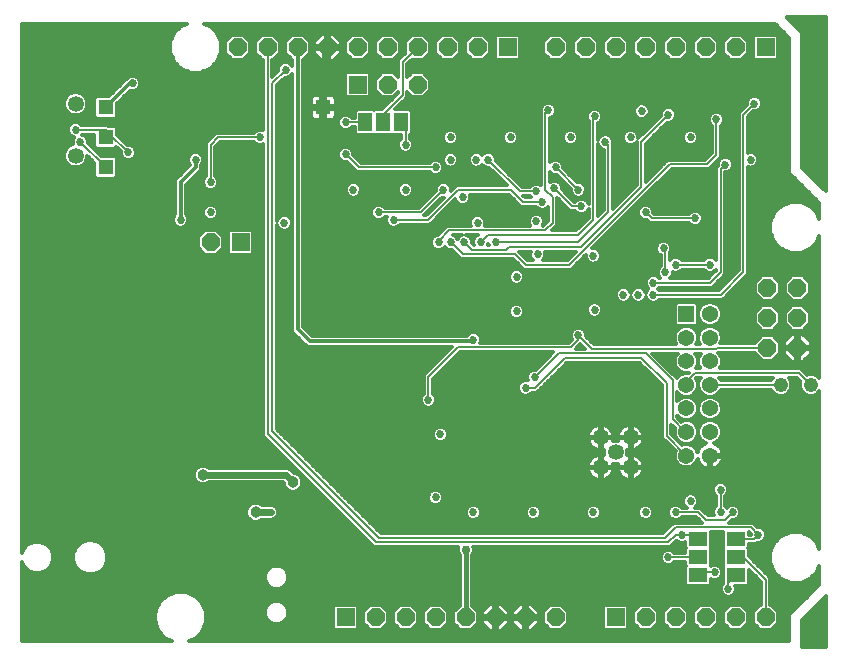
<source format=gbl>
G75*
G70*
%OFA0B0*%
%FSLAX24Y24*%
%IPPOS*%
%LPD*%
%AMOC8*
5,1,8,0,0,1.08239X$1,22.5*
%
%ADD10OC8,0.0600*%
%ADD11R,0.0600X0.0600*%
%ADD12R,0.0630X0.0460*%
%ADD13R,0.0460X0.0630*%
%ADD14C,0.0531*%
%ADD15R,0.0512X0.0512*%
%ADD16R,0.0540X0.0540*%
%ADD17C,0.0540*%
%ADD18C,0.0480*%
%ADD19C,0.0380*%
%ADD20C,0.0240*%
%ADD21C,0.0300*%
%ADD22C,0.0160*%
%ADD23C,0.0270*%
%ADD24C,0.0100*%
%ADD25C,0.0120*%
%ADD26C,0.0070*%
D10*
X013750Y002336D03*
X014750Y002336D03*
X015750Y002336D03*
X016750Y002336D03*
X017750Y002336D03*
X018750Y002336D03*
X019750Y002336D03*
X022750Y002336D03*
X023750Y002336D03*
X024750Y002336D03*
X025750Y002336D03*
X026750Y002336D03*
X026805Y011316D03*
X027805Y011316D03*
X027805Y012316D03*
X026805Y012316D03*
X026805Y013316D03*
X027805Y013316D03*
X025750Y021336D03*
X024750Y021336D03*
X023750Y021336D03*
X022750Y021336D03*
X021750Y021336D03*
X020750Y021336D03*
X019750Y021336D03*
X017150Y021336D03*
X016150Y021336D03*
X015150Y021336D03*
X014150Y021336D03*
X013150Y021336D03*
X012150Y021336D03*
X011150Y021336D03*
X010150Y021336D03*
X009150Y021336D03*
X014150Y020086D03*
X015150Y020086D03*
X008250Y014836D03*
D11*
X009250Y014836D03*
X013150Y020086D03*
X018150Y021336D03*
X026750Y021336D03*
X021750Y002336D03*
X012750Y002336D03*
D12*
X024500Y003736D03*
X024500Y004336D03*
X024500Y004936D03*
X025750Y004936D03*
X025750Y004336D03*
X025750Y003736D03*
D13*
X014600Y018836D03*
X014000Y018836D03*
X013400Y018836D03*
D14*
X003750Y019452D03*
X003750Y017719D03*
X021250Y008336D03*
X021750Y007836D03*
X021250Y007336D03*
X022250Y007336D03*
X022250Y008336D03*
D15*
X012000Y019336D03*
X004750Y019336D03*
X004750Y018336D03*
X004750Y017336D03*
D16*
X024106Y012448D03*
D17*
X024894Y012448D03*
X024894Y011660D03*
X024894Y010873D03*
X024106Y010873D03*
X024106Y011660D03*
X024106Y010086D03*
X024894Y010086D03*
X024894Y009298D03*
X024106Y009298D03*
X024106Y008511D03*
X024106Y007723D03*
X024894Y007723D03*
X024894Y008511D03*
D18*
X027250Y010086D03*
X028250Y010086D03*
D19*
X011000Y006836D03*
X009750Y005836D03*
X008000Y007086D03*
D20*
X010750Y007086D01*
X011000Y006836D01*
X010250Y005836D02*
X009750Y005836D01*
D21*
X016750Y004586D03*
D22*
X016750Y002336D01*
D23*
X017000Y005336D03*
X017000Y005836D03*
X017000Y006336D03*
X015750Y006336D03*
X015900Y008436D03*
X015500Y009586D03*
X017000Y011586D03*
X016100Y012336D03*
X014500Y012586D03*
X014500Y013086D03*
X014500Y013586D03*
X013500Y013586D03*
X013500Y013086D03*
X013500Y012586D03*
X012750Y012336D03*
X012750Y010836D03*
X009150Y010836D03*
X009150Y011336D03*
X009150Y010336D03*
X013000Y007836D03*
X013000Y007336D03*
X013000Y006836D03*
X011500Y005086D03*
X010750Y005836D03*
X010250Y005336D03*
X010250Y004836D03*
X018750Y009986D03*
X019050Y010336D03*
X019000Y009536D03*
X018950Y009236D03*
X018950Y008936D03*
X019000Y008636D03*
X019300Y008536D03*
X019600Y008536D03*
X019900Y008536D03*
X020200Y008536D03*
X020500Y008536D03*
X020800Y008636D03*
X020750Y008336D03*
X020800Y008036D03*
X021050Y007886D03*
X020850Y007636D03*
X020750Y007336D03*
X020800Y007036D03*
X021050Y006886D03*
X021350Y006836D03*
X021600Y006986D03*
X021900Y006986D03*
X022200Y006836D03*
X022500Y006886D03*
X022700Y007136D03*
X022750Y007436D03*
X022600Y007736D03*
X022700Y008036D03*
X022750Y008336D03*
X022700Y008636D03*
X022700Y008936D03*
X022400Y008886D03*
X022400Y009186D03*
X022100Y008886D03*
X021800Y008936D03*
X021000Y008886D03*
X020550Y009286D03*
X020550Y009586D03*
X020550Y009886D03*
X020550Y010186D03*
X020550Y010486D03*
X020900Y010736D03*
X020500Y011736D03*
X021050Y012086D03*
X021050Y012586D03*
X022000Y013086D03*
X022500Y013086D03*
X023000Y013086D03*
X023000Y013486D03*
X023400Y013836D03*
X023750Y014086D03*
X023350Y014636D03*
X024400Y015636D03*
X023500Y016686D03*
X022750Y015836D03*
X021800Y014986D03*
X021000Y014386D03*
X021050Y013286D03*
X019750Y014436D03*
X019150Y014436D03*
X018800Y014436D03*
X017750Y014836D03*
X017250Y014836D03*
X016700Y014836D03*
X016250Y014836D03*
X015850Y014836D03*
X016100Y013886D03*
X017150Y015486D03*
X016650Y016336D03*
X016000Y016586D03*
X015750Y017336D03*
X016250Y017586D03*
X016700Y017586D03*
X017100Y017586D03*
X017500Y017586D03*
X018250Y017936D03*
X018250Y018336D03*
X018250Y018836D03*
X019500Y019236D03*
X020250Y018836D03*
X020250Y018336D03*
X020250Y017936D03*
X019750Y017336D03*
X019700Y016636D03*
X019300Y016186D03*
X019100Y016536D03*
X019100Y015536D03*
X020600Y016036D03*
X020500Y016586D03*
X022250Y017936D03*
X022250Y018336D03*
X022250Y018836D03*
X022625Y019211D03*
X023500Y019086D03*
X024250Y018836D03*
X024250Y018336D03*
X024250Y017936D03*
X025407Y017428D03*
X026250Y017586D03*
X026250Y018086D03*
X025100Y018936D03*
X026375Y019461D03*
X021407Y018178D03*
X021049Y019036D03*
X016250Y018836D03*
X016250Y018336D03*
X014750Y018086D03*
X014750Y017086D03*
X014750Y016586D03*
X014750Y016086D03*
X014350Y015586D03*
X013850Y015836D03*
X013000Y016086D03*
X013000Y016586D03*
X013000Y017086D03*
X012750Y017771D03*
X012750Y018836D03*
X010750Y020586D03*
X009900Y018336D03*
X008250Y016836D03*
X007750Y017586D03*
X008250Y015836D03*
X007250Y015586D03*
X005500Y017836D03*
X003900Y018186D03*
X003750Y018586D03*
X005650Y020136D03*
X010700Y015486D03*
X018450Y013686D03*
X018500Y013036D03*
X018450Y012536D03*
X019750Y011736D03*
X022400Y010686D03*
X022400Y010386D03*
X022400Y010086D03*
X022400Y009786D03*
X022400Y009486D03*
X022300Y007836D03*
X021700Y007286D03*
X021000Y006336D03*
X021000Y005836D03*
X021000Y005386D03*
X022750Y005386D03*
X022750Y005836D03*
X022750Y006336D03*
X023750Y005836D03*
X024250Y006210D03*
X025250Y005836D03*
X025650Y005836D03*
X026500Y005086D03*
X025050Y003836D03*
X025500Y003286D03*
X023500Y004336D03*
X023950Y005086D03*
X025250Y006586D03*
X019000Y006336D03*
X019000Y005836D03*
X019000Y005336D03*
X023150Y012036D03*
X024894Y014086D03*
D24*
X012000Y019336D02*
X012000Y021186D01*
X012150Y021336D01*
D25*
X001960Y004191D02*
X001960Y001546D01*
X006962Y001546D01*
X006774Y001624D01*
X006538Y001860D01*
X006410Y002169D01*
X006410Y002503D01*
X006538Y002811D01*
X006774Y003048D01*
X007083Y003176D01*
X007417Y003176D01*
X007726Y003048D01*
X007962Y002811D01*
X008090Y002503D01*
X008090Y002169D01*
X007962Y001860D01*
X007726Y001624D01*
X007538Y001546D01*
X027540Y001546D01*
X027540Y002423D01*
X027663Y002546D01*
X028540Y003423D01*
X028540Y004048D01*
X028462Y003860D01*
X028226Y003624D01*
X027917Y003496D01*
X027583Y003496D01*
X027274Y003624D01*
X027038Y003860D01*
X026910Y004169D01*
X026910Y004503D01*
X027038Y004811D01*
X027274Y005048D01*
X027583Y005176D01*
X027917Y005176D01*
X028226Y005048D01*
X028462Y004811D01*
X028540Y004623D01*
X028540Y009866D01*
X028454Y009780D01*
X028322Y009726D01*
X028178Y009726D01*
X028046Y009780D01*
X027945Y009882D01*
X027890Y010014D01*
X027890Y010157D01*
X027910Y010206D01*
X027786Y010331D01*
X027514Y010331D01*
X027555Y010290D01*
X027610Y010157D01*
X027610Y010014D01*
X027555Y009882D01*
X027454Y009780D01*
X027322Y009726D01*
X027178Y009726D01*
X027046Y009780D01*
X026945Y009882D01*
X026925Y009931D01*
X025252Y009931D01*
X025224Y009865D01*
X025115Y009755D01*
X024971Y009696D01*
X024816Y009696D01*
X024673Y009755D01*
X024563Y009865D01*
X024504Y010008D01*
X024504Y010163D01*
X024563Y010307D01*
X024587Y010331D01*
X024464Y010331D01*
X024438Y010304D01*
X024496Y010163D01*
X024496Y010008D01*
X024437Y009865D01*
X024327Y009755D01*
X024184Y009696D01*
X024029Y009696D01*
X023885Y009755D01*
X023805Y009835D01*
X023805Y009548D01*
X023885Y009629D01*
X024029Y009688D01*
X024184Y009688D01*
X024327Y009629D01*
X024437Y009519D01*
X024496Y009376D01*
X024496Y009221D01*
X024437Y009077D01*
X024327Y008968D01*
X024184Y008908D01*
X024029Y008908D01*
X023885Y008968D01*
X023805Y009048D01*
X023805Y009000D01*
X023941Y008864D01*
X024029Y008901D01*
X024184Y008901D01*
X024327Y008841D01*
X024437Y008732D01*
X024496Y008588D01*
X024496Y008433D01*
X024437Y008290D01*
X024327Y008180D01*
X024184Y008121D01*
X024029Y008121D01*
X023885Y008180D01*
X023776Y008290D01*
X023716Y008433D01*
X023716Y008588D01*
X023734Y008632D01*
X023605Y008761D01*
X023605Y008444D01*
X023963Y008086D01*
X024029Y008113D01*
X024184Y008113D01*
X024327Y008054D01*
X024437Y007944D01*
X024480Y007841D01*
X024495Y007888D01*
X024526Y007949D01*
X024566Y008004D01*
X024614Y008051D01*
X024668Y008091D01*
X024729Y008122D01*
X024776Y008137D01*
X024673Y008180D01*
X024563Y008290D01*
X024504Y008433D01*
X024504Y008588D01*
X024563Y008732D01*
X024673Y008841D01*
X024816Y008901D01*
X024971Y008901D01*
X025115Y008841D01*
X025224Y008732D01*
X025284Y008588D01*
X025284Y008433D01*
X025224Y008290D01*
X025115Y008180D01*
X025011Y008137D01*
X025059Y008122D01*
X025119Y008091D01*
X025174Y008051D01*
X025222Y008004D01*
X025261Y007949D01*
X025292Y007888D01*
X025313Y007824D01*
X025324Y007757D01*
X025324Y007753D01*
X024924Y007753D01*
X024924Y007693D01*
X025324Y007693D01*
X025324Y007690D01*
X025313Y007623D01*
X025292Y007558D01*
X025261Y007498D01*
X028540Y007498D01*
X028540Y007616D02*
X025311Y007616D01*
X025261Y007498D02*
X025222Y007443D01*
X025174Y007395D01*
X025119Y007356D01*
X025059Y007325D01*
X024994Y007304D01*
X024928Y007293D01*
X024924Y007293D01*
X024924Y007693D01*
X024864Y007693D01*
X024864Y007293D01*
X024860Y007293D01*
X024793Y007304D01*
X024729Y007325D01*
X024668Y007356D01*
X024614Y007395D01*
X024566Y007443D01*
X024526Y007498D01*
X024495Y007558D01*
X024480Y007606D01*
X024437Y007502D01*
X024327Y007393D01*
X024184Y007333D01*
X024029Y007333D01*
X023885Y007393D01*
X023776Y007502D01*
X023716Y007646D01*
X023716Y007801D01*
X023744Y007867D01*
X023295Y008315D01*
X023295Y010071D01*
X022536Y010831D01*
X020114Y010831D01*
X019114Y009831D01*
X018956Y009831D01*
X018894Y009769D01*
X018801Y009731D01*
X018699Y009731D01*
X018606Y009769D01*
X018534Y009841D01*
X018495Y009935D01*
X018495Y010036D01*
X018534Y010130D01*
X018606Y010202D01*
X018699Y010241D01*
X018801Y010241D01*
X018816Y010234D01*
X018795Y010285D01*
X018795Y010386D01*
X018834Y010480D01*
X018906Y010552D01*
X018999Y010591D01*
X019086Y010591D01*
X019676Y011181D01*
X016564Y011181D01*
X015655Y010271D01*
X015655Y009791D01*
X015716Y009730D01*
X015755Y009636D01*
X015755Y009535D01*
X015716Y009441D01*
X015644Y009369D01*
X015551Y009331D01*
X015449Y009331D01*
X015356Y009369D01*
X015284Y009441D01*
X015245Y009535D01*
X015245Y009636D01*
X015284Y009730D01*
X015345Y009791D01*
X015345Y010400D01*
X015436Y010491D01*
X016301Y011356D01*
X011475Y011356D01*
X011370Y011461D01*
X011370Y011461D01*
X011075Y011756D01*
X011075Y011756D01*
X010970Y011861D01*
X010970Y020450D01*
X010966Y020441D01*
X010894Y020369D01*
X010801Y020331D01*
X010714Y020331D01*
X010455Y020071D01*
X010455Y015560D01*
X010484Y015630D01*
X010556Y015702D01*
X010649Y015741D01*
X010751Y015741D01*
X010844Y015702D01*
X010916Y015630D01*
X010955Y015536D01*
X010955Y015435D01*
X010916Y015341D01*
X010844Y015269D01*
X010751Y015231D01*
X010649Y015231D01*
X010556Y015269D01*
X010484Y015341D01*
X010455Y015411D01*
X010455Y008600D01*
X013914Y005141D01*
X023336Y005141D01*
X023595Y005400D01*
X023595Y005400D01*
X023686Y005491D01*
X024626Y005491D01*
X024595Y005521D01*
X024436Y005681D01*
X023956Y005681D01*
X023894Y005619D01*
X023801Y005581D01*
X023699Y005581D01*
X023606Y005619D01*
X023534Y005691D01*
X023495Y005785D01*
X023495Y005886D01*
X023534Y005980D01*
X023606Y006052D01*
X023699Y006091D01*
X023801Y006091D01*
X023894Y006052D01*
X023956Y005991D01*
X024112Y005991D01*
X024106Y005993D01*
X024034Y006065D01*
X023995Y006159D01*
X023995Y006260D01*
X024034Y006354D01*
X024106Y006426D01*
X024199Y006465D01*
X024301Y006465D01*
X024394Y006426D01*
X024466Y006354D01*
X024505Y006260D01*
X024505Y006159D01*
X024466Y006065D01*
X024394Y005993D01*
X024388Y005991D01*
X024564Y005991D01*
X024814Y005741D01*
X025013Y005741D01*
X024995Y005785D01*
X024995Y005886D01*
X025034Y005980D01*
X025095Y006041D01*
X025095Y006380D01*
X025034Y006441D01*
X024995Y006535D01*
X024995Y006636D01*
X025034Y006730D01*
X025106Y006802D01*
X025199Y006841D01*
X025301Y006841D01*
X025394Y006802D01*
X025466Y006730D01*
X025505Y006636D01*
X025505Y006535D01*
X025466Y006441D01*
X025405Y006380D01*
X025405Y006041D01*
X025450Y005996D01*
X025506Y006052D01*
X025599Y006091D01*
X025701Y006091D01*
X025794Y006052D01*
X025866Y005980D01*
X025905Y005886D01*
X025905Y005785D01*
X025866Y005691D01*
X025794Y005619D01*
X025701Y005581D01*
X025614Y005581D01*
X025524Y005491D01*
X026314Y005491D01*
X026405Y005400D01*
X026405Y005400D01*
X026464Y005341D01*
X026551Y005341D01*
X026644Y005302D01*
X026716Y005230D01*
X026755Y005136D01*
X026755Y005035D01*
X026716Y004941D01*
X026644Y004869D01*
X026551Y004831D01*
X026464Y004831D01*
X026414Y004781D01*
X026185Y004781D01*
X026185Y004656D01*
X026165Y004636D01*
X026185Y004615D01*
X026185Y004370D01*
X026814Y003741D01*
X026905Y003650D01*
X026905Y002756D01*
X026924Y002756D01*
X027170Y002510D01*
X027170Y002162D01*
X026924Y001916D01*
X026576Y001916D01*
X026330Y002162D01*
X026330Y002510D01*
X026576Y002756D01*
X026595Y002756D01*
X026595Y003521D01*
X026185Y003931D01*
X026185Y003456D01*
X026115Y003386D01*
X025735Y003386D01*
X025755Y003336D01*
X025755Y003235D01*
X025716Y003141D01*
X025644Y003069D01*
X025551Y003031D01*
X025449Y003031D01*
X025356Y003069D01*
X025284Y003141D01*
X025245Y003235D01*
X025245Y003336D01*
X025284Y003430D01*
X025315Y003461D01*
X025315Y004015D01*
X025335Y004036D01*
X025315Y004056D01*
X025315Y004615D01*
X025335Y004636D01*
X025315Y004656D01*
X025315Y005181D01*
X024935Y005181D01*
X024935Y004656D01*
X024915Y004636D01*
X024935Y004615D01*
X024935Y004064D01*
X024999Y004091D01*
X025101Y004091D01*
X025194Y004052D01*
X025266Y003980D01*
X025305Y003886D01*
X025305Y003785D01*
X025266Y003691D01*
X025194Y003619D01*
X025101Y003581D01*
X024999Y003581D01*
X024935Y003607D01*
X024935Y003456D01*
X024865Y003386D01*
X024135Y003386D01*
X024065Y003456D01*
X024065Y004015D01*
X024085Y004036D01*
X024065Y004056D01*
X024065Y004181D01*
X023706Y004181D01*
X023644Y004119D01*
X023551Y004081D01*
X023449Y004081D01*
X023356Y004119D01*
X023284Y004191D01*
X023245Y004285D01*
X023245Y004386D01*
X023284Y004480D01*
X023356Y004552D01*
X023449Y004591D01*
X023551Y004591D01*
X023644Y004552D01*
X023706Y004491D01*
X024065Y004491D01*
X024065Y004615D01*
X024085Y004636D01*
X024065Y004656D01*
X024065Y004857D01*
X024001Y004831D01*
X023899Y004831D01*
X023806Y004869D01*
X023779Y004896D01*
X023655Y004771D01*
X023564Y004681D01*
X017003Y004681D01*
X017020Y004639D01*
X017020Y004532D01*
X016979Y004433D01*
X016950Y004404D01*
X016950Y002730D01*
X017170Y002510D01*
X017170Y002162D01*
X016924Y001916D01*
X016576Y001916D01*
X016330Y002162D01*
X016330Y002510D01*
X016550Y002730D01*
X016550Y004404D01*
X016521Y004433D01*
X016480Y004532D01*
X016480Y004639D01*
X016497Y004681D01*
X013686Y004681D01*
X010086Y008281D01*
X009995Y008371D01*
X009995Y018099D01*
X009951Y018081D01*
X009849Y018081D01*
X009756Y018119D01*
X009694Y018181D01*
X008564Y018181D01*
X008405Y018021D01*
X008405Y017041D01*
X008466Y016980D01*
X008505Y016886D01*
X008505Y016785D01*
X008466Y016691D01*
X008394Y016619D01*
X008301Y016581D01*
X008199Y016581D01*
X008106Y016619D01*
X008034Y016691D01*
X007995Y016785D01*
X007995Y016886D01*
X008034Y016980D01*
X008095Y017041D01*
X008095Y018150D01*
X008345Y018400D01*
X008436Y018491D01*
X009694Y018491D01*
X009756Y018552D01*
X009849Y018591D01*
X009951Y018591D01*
X009995Y018572D01*
X009995Y020916D01*
X009976Y020916D01*
X009730Y021162D01*
X009730Y021510D01*
X009976Y021756D01*
X010324Y021756D01*
X010570Y021510D01*
X010570Y021162D01*
X010324Y020916D01*
X010305Y020916D01*
X010305Y020360D01*
X010495Y020550D01*
X010495Y020636D01*
X010534Y020730D01*
X010606Y020802D01*
X010699Y020841D01*
X010801Y020841D01*
X010894Y020802D01*
X010966Y020730D01*
X010970Y020721D01*
X010970Y020922D01*
X010730Y021162D01*
X010730Y021510D01*
X010976Y021756D01*
X011324Y021756D01*
X011570Y021510D01*
X011570Y021162D01*
X011330Y020922D01*
X011330Y012010D01*
X011625Y011716D01*
X016778Y011716D01*
X016784Y011730D01*
X016856Y011802D01*
X016949Y011841D01*
X017051Y011841D01*
X017144Y011802D01*
X017216Y011730D01*
X017255Y011636D01*
X017255Y011535D01*
X017237Y011491D01*
X020186Y011491D01*
X020285Y011590D01*
X020284Y011591D01*
X020245Y011685D01*
X020245Y011786D01*
X020284Y011880D01*
X020356Y011952D01*
X020449Y011991D01*
X020551Y011991D01*
X020644Y011952D01*
X020716Y011880D01*
X020755Y011786D01*
X020755Y011700D01*
X021014Y011441D01*
X023775Y011441D01*
X023716Y011583D01*
X023716Y011738D01*
X023776Y011881D01*
X023885Y011991D01*
X024029Y012050D01*
X024184Y012050D01*
X024327Y011991D01*
X024437Y011881D01*
X024496Y011738D01*
X024496Y011583D01*
X024437Y011441D01*
X024563Y011441D01*
X024504Y011583D01*
X024504Y011738D01*
X024563Y011881D01*
X024673Y011991D01*
X024816Y012050D01*
X024971Y012050D01*
X025115Y011991D01*
X025224Y011881D01*
X025284Y011738D01*
X025284Y011583D01*
X025237Y011471D01*
X026385Y011471D01*
X026385Y011490D01*
X026631Y011736D01*
X026979Y011736D01*
X027225Y011490D01*
X027225Y011142D01*
X026979Y010896D01*
X026631Y010896D01*
X026385Y011142D01*
X026385Y011161D01*
X025195Y011161D01*
X025176Y011142D01*
X025224Y011094D01*
X025284Y010951D01*
X025284Y010795D01*
X025224Y010652D01*
X025213Y010641D01*
X027914Y010641D01*
X028129Y010425D01*
X028178Y010446D01*
X028322Y010446D01*
X028454Y010391D01*
X028540Y010305D01*
X028540Y015048D01*
X028462Y014860D01*
X028226Y014624D01*
X027917Y014496D01*
X027583Y014496D01*
X027274Y014624D01*
X027038Y014860D01*
X026910Y015169D01*
X026910Y015503D01*
X027038Y015811D01*
X027274Y016048D01*
X027583Y016176D01*
X027917Y016176D01*
X028226Y016048D01*
X028462Y015811D01*
X028540Y015623D01*
X028540Y016149D01*
X027663Y017026D01*
X027663Y017026D01*
X027540Y017149D01*
X027540Y021649D01*
X027063Y022126D01*
X008038Y022126D01*
X008226Y022048D01*
X008462Y021811D01*
X008590Y021503D01*
X008590Y021169D01*
X008462Y020860D01*
X008226Y020624D01*
X007917Y020496D01*
X007583Y020496D01*
X007274Y020624D01*
X007038Y020860D01*
X006910Y021169D01*
X006910Y021503D01*
X007038Y021811D01*
X007274Y022048D01*
X007462Y022126D01*
X001960Y022126D01*
X001960Y004480D01*
X002023Y004633D01*
X002171Y004781D01*
X002364Y004861D01*
X002573Y004861D01*
X002766Y004781D01*
X002914Y004633D01*
X002993Y004440D01*
X002993Y004231D01*
X002914Y004038D01*
X002766Y003891D01*
X002573Y003811D01*
X002364Y003811D01*
X002171Y003891D01*
X002023Y004038D01*
X001960Y004191D01*
X001960Y004180D02*
X001965Y004180D01*
X001960Y004061D02*
X002014Y004061D01*
X001960Y003943D02*
X002119Y003943D01*
X001960Y003824D02*
X002332Y003824D01*
X002605Y003824D02*
X004000Y003824D01*
X003920Y003857D02*
X003762Y004016D01*
X003676Y004223D01*
X003676Y004448D01*
X003762Y004655D01*
X003920Y004814D01*
X004128Y004900D01*
X004352Y004900D01*
X004560Y004814D01*
X004719Y004655D01*
X004804Y004448D01*
X004804Y004223D01*
X004719Y004016D01*
X004560Y003857D01*
X004352Y003771D01*
X004128Y003771D01*
X003920Y003857D01*
X003835Y003943D02*
X002818Y003943D01*
X002923Y004061D02*
X003743Y004061D01*
X003694Y004180D02*
X002972Y004180D01*
X002993Y004298D02*
X003676Y004298D01*
X003676Y004417D02*
X002993Y004417D01*
X002954Y004535D02*
X003712Y004535D01*
X003761Y004654D02*
X002893Y004654D01*
X002774Y004772D02*
X003879Y004772D01*
X004105Y004891D02*
X001960Y004891D01*
X001960Y005009D02*
X013357Y005009D01*
X013239Y005128D02*
X001960Y005128D01*
X001960Y005246D02*
X013120Y005246D01*
X013002Y005365D02*
X001960Y005365D01*
X001960Y005483D02*
X012883Y005483D01*
X012765Y005602D02*
X010312Y005602D01*
X010298Y005596D02*
X010386Y005632D01*
X010453Y005700D01*
X010490Y005788D01*
X010490Y005883D01*
X010453Y005972D01*
X010386Y006039D01*
X010298Y006076D01*
X009948Y006076D01*
X012291Y006076D01*
X012172Y006194D02*
X001960Y006194D01*
X001960Y006076D02*
X009552Y006076D01*
X009574Y006098D02*
X009487Y006011D01*
X009440Y005897D01*
X009440Y005774D01*
X009487Y005660D01*
X009574Y005573D01*
X009688Y005526D01*
X009812Y005526D01*
X009926Y005573D01*
X009948Y005596D01*
X010298Y005596D01*
X010462Y005720D02*
X012646Y005720D01*
X012528Y005839D02*
X010490Y005839D01*
X010459Y005957D02*
X012409Y005957D01*
X012742Y006313D02*
X015495Y006313D01*
X015495Y006285D02*
X015495Y006386D01*
X015534Y006480D01*
X015606Y006552D01*
X015699Y006591D01*
X015801Y006591D01*
X015894Y006552D01*
X015966Y006480D01*
X016005Y006386D01*
X016005Y006285D01*
X015966Y006191D01*
X015894Y006119D01*
X015801Y006081D01*
X015699Y006081D01*
X015606Y006119D01*
X015534Y006191D01*
X015495Y006285D01*
X015533Y006194D02*
X012861Y006194D01*
X012979Y006076D02*
X016913Y006076D01*
X016949Y006091D02*
X016856Y006052D01*
X016784Y005980D01*
X016745Y005886D01*
X016745Y005785D01*
X016784Y005691D01*
X016856Y005619D01*
X016949Y005581D01*
X017051Y005581D01*
X017144Y005619D01*
X017216Y005691D01*
X017255Y005785D01*
X017255Y005886D01*
X017216Y005980D01*
X017144Y006052D01*
X017051Y006091D01*
X016949Y006091D01*
X017087Y006076D02*
X018913Y006076D01*
X018949Y006091D02*
X018856Y006052D01*
X018784Y005980D01*
X018745Y005886D01*
X018745Y005785D01*
X018784Y005691D01*
X018856Y005619D01*
X018949Y005581D01*
X019051Y005581D01*
X019144Y005619D01*
X019216Y005691D01*
X019255Y005785D01*
X019255Y005886D01*
X019216Y005980D01*
X019144Y006052D01*
X019051Y006091D01*
X018949Y006091D01*
X019087Y006076D02*
X020913Y006076D01*
X020949Y006091D02*
X020856Y006052D01*
X020784Y005980D01*
X020745Y005886D01*
X020745Y005785D01*
X020784Y005691D01*
X020856Y005619D01*
X020949Y005581D01*
X021051Y005581D01*
X021144Y005619D01*
X021216Y005691D01*
X021255Y005785D01*
X021255Y005886D01*
X021216Y005980D01*
X021144Y006052D01*
X021051Y006091D01*
X020949Y006091D01*
X021087Y006076D02*
X022663Y006076D01*
X022699Y006091D02*
X022606Y006052D01*
X022534Y005980D01*
X022495Y005886D01*
X022495Y005785D01*
X022534Y005691D01*
X022606Y005619D01*
X022699Y005581D01*
X022801Y005581D01*
X022894Y005619D01*
X022966Y005691D01*
X023005Y005785D01*
X023005Y005886D01*
X022966Y005980D01*
X022894Y006052D01*
X022801Y006091D01*
X022699Y006091D01*
X022837Y006076D02*
X023663Y006076D01*
X023837Y006076D02*
X024029Y006076D01*
X023995Y006194D02*
X015967Y006194D01*
X016005Y006313D02*
X024017Y006313D01*
X024118Y006431D02*
X015986Y006431D01*
X015897Y006550D02*
X024995Y006550D01*
X025008Y006668D02*
X012387Y006668D01*
X012505Y006550D02*
X015603Y006550D01*
X015514Y006431D02*
X012624Y006431D01*
X012268Y006787D02*
X025090Y006787D01*
X025410Y006787D02*
X028540Y006787D01*
X028540Y006905D02*
X012150Y006905D01*
X012031Y007024D02*
X020960Y007024D01*
X020973Y007011D02*
X021027Y006971D01*
X021087Y006941D01*
X021150Y006920D01*
X021216Y006910D01*
X021221Y006910D01*
X021221Y007307D01*
X020824Y007307D01*
X020824Y007302D01*
X020835Y007236D01*
X020855Y007172D01*
X020886Y007112D01*
X020925Y007058D01*
X020973Y007011D01*
X020871Y007142D02*
X011913Y007142D01*
X011794Y007261D02*
X020831Y007261D01*
X020824Y007364D02*
X021221Y007364D01*
X021221Y007307D01*
X021279Y007307D01*
X021279Y007364D01*
X021676Y007364D01*
X021676Y007369D01*
X021665Y007435D01*
X021659Y007456D01*
X021673Y007450D01*
X021827Y007450D01*
X021841Y007456D01*
X021835Y007435D01*
X021824Y007369D01*
X021824Y007364D01*
X022221Y007364D01*
X022221Y007307D01*
X021824Y007307D01*
X021824Y007302D01*
X021835Y007236D01*
X021855Y007172D01*
X021886Y007112D01*
X021925Y007058D01*
X021973Y007011D01*
X022027Y006971D01*
X022087Y006941D01*
X022150Y006920D01*
X022216Y006910D01*
X022221Y006910D01*
X022221Y007307D01*
X022279Y007307D01*
X022279Y007364D01*
X022676Y007364D01*
X022676Y007369D01*
X022665Y007435D01*
X022645Y007499D01*
X022614Y007559D01*
X022575Y007613D01*
X022527Y007660D01*
X022473Y007700D01*
X022413Y007730D01*
X022350Y007751D01*
X022284Y007761D01*
X022279Y007761D01*
X022279Y007364D01*
X022221Y007364D01*
X022221Y007761D01*
X022216Y007761D01*
X022150Y007751D01*
X022130Y007744D01*
X022136Y007759D01*
X022136Y007912D01*
X022130Y007927D01*
X022150Y007920D01*
X022216Y007910D01*
X022221Y007910D01*
X022221Y008307D01*
X021824Y008307D01*
X021824Y008302D01*
X021835Y008236D01*
X021841Y008215D01*
X021827Y008221D01*
X021673Y008221D01*
X021659Y008215D01*
X021665Y008236D01*
X021676Y008302D01*
X021676Y008307D01*
X021279Y008307D01*
X021279Y008364D01*
X021676Y008364D01*
X021676Y008369D01*
X021665Y008435D01*
X021645Y008499D01*
X021614Y008559D01*
X021575Y008613D01*
X021527Y008660D01*
X021473Y008700D01*
X021413Y008730D01*
X021350Y008751D01*
X021284Y008761D01*
X021279Y008761D01*
X021279Y008364D01*
X021221Y008364D01*
X021221Y008307D01*
X020824Y008307D01*
X020824Y008302D01*
X020835Y008236D01*
X020855Y008172D01*
X020886Y008112D01*
X020925Y008058D01*
X020973Y008011D01*
X021027Y007971D01*
X021087Y007941D01*
X021150Y007920D01*
X021216Y007910D01*
X021221Y007910D01*
X021221Y008307D01*
X021279Y008307D01*
X021279Y007910D01*
X021284Y007910D01*
X021350Y007920D01*
X021370Y007927D01*
X021364Y007912D01*
X021364Y007759D01*
X021370Y007744D01*
X021350Y007751D01*
X021284Y007761D01*
X021279Y007761D01*
X021279Y007364D01*
X021221Y007364D01*
X021221Y007761D01*
X021216Y007761D01*
X021150Y007751D01*
X021087Y007730D01*
X021027Y007700D01*
X020973Y007660D01*
X020925Y007613D01*
X020886Y007559D01*
X020855Y007499D01*
X020835Y007435D01*
X020824Y007369D01*
X020824Y007364D01*
X020826Y007379D02*
X011676Y007379D01*
X011557Y007498D02*
X020855Y007498D01*
X020928Y007616D02*
X011439Y007616D01*
X011320Y007735D02*
X021100Y007735D01*
X021221Y007735D02*
X021279Y007735D01*
X021279Y007616D02*
X021221Y007616D01*
X021221Y007498D02*
X021279Y007498D01*
X021279Y007379D02*
X021221Y007379D01*
X021279Y007307D02*
X021676Y007307D01*
X021676Y007302D01*
X021665Y007236D01*
X021645Y007172D01*
X021614Y007112D01*
X021575Y007058D01*
X021527Y007011D01*
X021473Y006971D01*
X021413Y006941D01*
X021350Y006920D01*
X021284Y006910D01*
X021279Y006910D01*
X021279Y007307D01*
X021279Y007261D02*
X021221Y007261D01*
X021221Y007142D02*
X021279Y007142D01*
X021279Y007024D02*
X021221Y007024D01*
X021540Y007024D02*
X021960Y007024D01*
X021871Y007142D02*
X021629Y007142D01*
X021669Y007261D02*
X021831Y007261D01*
X021826Y007379D02*
X021674Y007379D01*
X022221Y007379D02*
X022279Y007379D01*
X022279Y007307D02*
X022676Y007307D01*
X022676Y007302D01*
X022665Y007236D01*
X022645Y007172D01*
X022614Y007112D01*
X022575Y007058D01*
X022527Y007011D01*
X022473Y006971D01*
X022413Y006941D01*
X022350Y006920D01*
X022284Y006910D01*
X022279Y006910D01*
X022279Y007307D01*
X022279Y007261D02*
X022221Y007261D01*
X022221Y007142D02*
X022279Y007142D01*
X022279Y007024D02*
X022221Y007024D01*
X022540Y007024D02*
X028540Y007024D01*
X028540Y007142D02*
X022629Y007142D01*
X022669Y007261D02*
X028540Y007261D01*
X028540Y007379D02*
X025151Y007379D01*
X024924Y007379D02*
X024864Y007379D01*
X024864Y007498D02*
X024924Y007498D01*
X024924Y007616D02*
X024864Y007616D01*
X024924Y007735D02*
X028540Y007735D01*
X028540Y007853D02*
X025304Y007853D01*
X025245Y007972D02*
X028540Y007972D01*
X028540Y008090D02*
X025121Y008090D01*
X025143Y008209D02*
X028540Y008209D01*
X028540Y008327D02*
X025240Y008327D01*
X025284Y008446D02*
X028540Y008446D01*
X028540Y008564D02*
X025284Y008564D01*
X025245Y008683D02*
X028540Y008683D01*
X028540Y008801D02*
X025155Y008801D01*
X025115Y008968D02*
X025224Y009077D01*
X025284Y009221D01*
X025284Y009376D01*
X025224Y009519D01*
X025115Y009629D01*
X024971Y009688D01*
X024816Y009688D01*
X024673Y009629D01*
X024563Y009519D01*
X024504Y009376D01*
X024504Y009221D01*
X024563Y009077D01*
X024673Y008968D01*
X024816Y008908D01*
X024971Y008908D01*
X025115Y008968D01*
X025185Y009038D02*
X028540Y009038D01*
X028540Y008920D02*
X024999Y008920D01*
X024789Y008920D02*
X024211Y008920D01*
X024368Y008801D02*
X024632Y008801D01*
X024543Y008683D02*
X024457Y008683D01*
X024496Y008564D02*
X024504Y008564D01*
X024496Y008446D02*
X024504Y008446D01*
X024548Y008327D02*
X024452Y008327D01*
X024356Y008209D02*
X024644Y008209D01*
X024667Y008090D02*
X024240Y008090D01*
X024410Y007972D02*
X024543Y007972D01*
X024484Y007853D02*
X024475Y007853D01*
X024432Y007498D02*
X024526Y007498D01*
X024636Y007379D02*
X024294Y007379D01*
X023918Y007379D02*
X022674Y007379D01*
X022645Y007498D02*
X023781Y007498D01*
X023729Y007616D02*
X022572Y007616D01*
X022400Y007735D02*
X023716Y007735D01*
X023738Y007853D02*
X022136Y007853D01*
X022221Y007735D02*
X022279Y007735D01*
X022279Y007616D02*
X022221Y007616D01*
X022221Y007498D02*
X022279Y007498D01*
X022279Y007910D02*
X022284Y007910D01*
X022350Y007920D01*
X022413Y007941D01*
X022473Y007971D01*
X022527Y008011D01*
X022575Y008058D01*
X022614Y008112D01*
X022645Y008172D01*
X022665Y008236D01*
X022676Y008302D01*
X022676Y008307D01*
X022279Y008307D01*
X022279Y008364D01*
X022676Y008364D01*
X022676Y008369D01*
X022665Y008435D01*
X022645Y008499D01*
X022614Y008559D01*
X022575Y008613D01*
X022527Y008660D01*
X022473Y008700D01*
X022413Y008730D01*
X022350Y008751D01*
X022284Y008761D01*
X022279Y008761D01*
X022279Y008364D01*
X022221Y008364D01*
X022221Y008307D01*
X022279Y008307D01*
X022279Y007910D01*
X022279Y007972D02*
X022221Y007972D01*
X022221Y008090D02*
X022279Y008090D01*
X022279Y008209D02*
X022221Y008209D01*
X022221Y008327D02*
X021279Y008327D01*
X021221Y008327D02*
X016131Y008327D01*
X016116Y008291D02*
X016155Y008385D01*
X016155Y008486D01*
X016116Y008580D01*
X016044Y008652D01*
X015951Y008691D01*
X015849Y008691D01*
X015756Y008652D01*
X015684Y008580D01*
X015645Y008486D01*
X015645Y008385D01*
X015684Y008291D01*
X015756Y008219D01*
X015849Y008181D01*
X015951Y008181D01*
X016044Y008219D01*
X016116Y008291D01*
X016018Y008209D02*
X020844Y008209D01*
X020902Y008090D02*
X010965Y008090D01*
X011083Y007972D02*
X021027Y007972D01*
X021221Y007972D02*
X021279Y007972D01*
X021279Y008090D02*
X021221Y008090D01*
X021221Y008209D02*
X021279Y008209D01*
X021221Y008364D02*
X020824Y008364D01*
X020824Y008369D01*
X020835Y008435D01*
X020855Y008499D01*
X020886Y008559D01*
X020925Y008613D01*
X020973Y008660D01*
X021027Y008700D01*
X021087Y008730D01*
X021150Y008751D01*
X021216Y008761D01*
X021221Y008761D01*
X021221Y008364D01*
X021221Y008446D02*
X021279Y008446D01*
X021279Y008564D02*
X021221Y008564D01*
X021221Y008683D02*
X021279Y008683D01*
X021497Y008683D02*
X022003Y008683D01*
X022027Y008700D02*
X021973Y008660D01*
X021925Y008613D01*
X021886Y008559D01*
X021855Y008499D01*
X021835Y008435D01*
X021824Y008369D01*
X021824Y008364D01*
X022221Y008364D01*
X022221Y008761D01*
X022216Y008761D01*
X022150Y008751D01*
X022087Y008730D01*
X022027Y008700D01*
X021890Y008564D02*
X021610Y008564D01*
X021662Y008446D02*
X021838Y008446D01*
X022221Y008446D02*
X022279Y008446D01*
X022279Y008564D02*
X022221Y008564D01*
X022221Y008683D02*
X022279Y008683D01*
X022497Y008683D02*
X023295Y008683D01*
X023295Y008801D02*
X010455Y008801D01*
X010455Y008683D02*
X015830Y008683D01*
X015970Y008683D02*
X021003Y008683D01*
X020890Y008564D02*
X016123Y008564D01*
X016155Y008446D02*
X020838Y008446D01*
X021364Y007853D02*
X011202Y007853D01*
X010869Y007498D02*
X001960Y007498D01*
X001960Y007616D02*
X010750Y007616D01*
X010632Y007735D02*
X001960Y007735D01*
X001960Y007853D02*
X010513Y007853D01*
X010395Y007972D02*
X001960Y007972D01*
X001960Y008090D02*
X010276Y008090D01*
X010158Y008209D02*
X001960Y008209D01*
X001960Y008327D02*
X010039Y008327D01*
X009995Y008446D02*
X001960Y008446D01*
X001960Y008564D02*
X009995Y008564D01*
X009995Y008683D02*
X001960Y008683D01*
X001960Y008801D02*
X009995Y008801D01*
X009995Y008920D02*
X001960Y008920D01*
X001960Y009038D02*
X009995Y009038D01*
X009995Y009157D02*
X001960Y009157D01*
X001960Y009275D02*
X009995Y009275D01*
X009995Y009394D02*
X001960Y009394D01*
X001960Y009512D02*
X009995Y009512D01*
X009995Y009631D02*
X001960Y009631D01*
X001960Y009749D02*
X009995Y009749D01*
X009995Y009868D02*
X001960Y009868D01*
X001960Y009986D02*
X009995Y009986D01*
X009995Y010105D02*
X001960Y010105D01*
X001960Y010223D02*
X009995Y010223D01*
X009995Y010342D02*
X001960Y010342D01*
X001960Y010460D02*
X009995Y010460D01*
X009995Y010579D02*
X001960Y010579D01*
X001960Y010697D02*
X009995Y010697D01*
X009995Y010816D02*
X001960Y010816D01*
X001960Y010934D02*
X009995Y010934D01*
X009995Y011053D02*
X001960Y011053D01*
X001960Y011171D02*
X009995Y011171D01*
X009995Y011290D02*
X001960Y011290D01*
X001960Y011408D02*
X009995Y011408D01*
X009995Y011527D02*
X001960Y011527D01*
X001960Y011645D02*
X009995Y011645D01*
X009995Y011764D02*
X001960Y011764D01*
X001960Y011882D02*
X009995Y011882D01*
X009995Y012001D02*
X001960Y012001D01*
X001960Y012119D02*
X009995Y012119D01*
X009995Y012238D02*
X001960Y012238D01*
X001960Y012356D02*
X009995Y012356D01*
X009995Y012475D02*
X001960Y012475D01*
X001960Y012593D02*
X009995Y012593D01*
X009995Y012712D02*
X001960Y012712D01*
X001960Y012830D02*
X009995Y012830D01*
X009995Y012949D02*
X001960Y012949D01*
X001960Y013067D02*
X009995Y013067D01*
X009995Y013186D02*
X001960Y013186D01*
X001960Y013304D02*
X009995Y013304D01*
X009995Y013423D02*
X001960Y013423D01*
X001960Y013541D02*
X009995Y013541D01*
X009995Y013660D02*
X001960Y013660D01*
X001960Y013778D02*
X009995Y013778D01*
X009995Y013897D02*
X001960Y013897D01*
X001960Y014015D02*
X009995Y014015D01*
X009995Y014134D02*
X001960Y014134D01*
X001960Y014252D02*
X009995Y014252D01*
X009995Y014371D02*
X001960Y014371D01*
X001960Y014489D02*
X008003Y014489D01*
X008076Y014416D02*
X008424Y014416D01*
X008670Y014662D01*
X008670Y015010D01*
X008424Y015256D01*
X008076Y015256D01*
X007830Y015010D01*
X007830Y014662D01*
X008076Y014416D01*
X007884Y014608D02*
X001960Y014608D01*
X001960Y014726D02*
X007830Y014726D01*
X007830Y014845D02*
X001960Y014845D01*
X001960Y014963D02*
X007830Y014963D01*
X007902Y015082D02*
X001960Y015082D01*
X001960Y015200D02*
X008021Y015200D01*
X008199Y015581D02*
X008106Y015619D01*
X008034Y015691D01*
X007995Y015785D01*
X007995Y015886D01*
X008034Y015980D01*
X008106Y016052D01*
X008199Y016091D01*
X008301Y016091D01*
X008394Y016052D01*
X008466Y015980D01*
X008505Y015886D01*
X008505Y015785D01*
X008466Y015691D01*
X008394Y015619D01*
X008301Y015581D01*
X008199Y015581D01*
X008051Y015674D02*
X007489Y015674D01*
X007505Y015636D02*
X007466Y015730D01*
X007430Y015766D01*
X007430Y016761D01*
X007930Y017261D01*
X007930Y017405D01*
X007966Y017441D01*
X008005Y017535D01*
X008005Y017636D01*
X007966Y017730D01*
X007894Y017802D01*
X007801Y017841D01*
X007699Y017841D01*
X007606Y017802D01*
X007534Y017730D01*
X007495Y017636D01*
X007495Y017535D01*
X007534Y017441D01*
X007567Y017408D01*
X007175Y017016D01*
X007070Y016910D01*
X007070Y015766D01*
X007034Y015730D01*
X006995Y015636D01*
X006995Y015535D01*
X007034Y015441D01*
X007106Y015369D01*
X007199Y015331D01*
X007301Y015331D01*
X007394Y015369D01*
X007466Y015441D01*
X007505Y015535D01*
X007505Y015636D01*
X007505Y015556D02*
X009995Y015556D01*
X009995Y015674D02*
X008449Y015674D01*
X008505Y015793D02*
X009995Y015793D01*
X009995Y015911D02*
X008495Y015911D01*
X008417Y016030D02*
X009995Y016030D01*
X009995Y016148D02*
X007430Y016148D01*
X007430Y016030D02*
X008083Y016030D01*
X008005Y015911D02*
X007430Y015911D01*
X007430Y015793D02*
X007995Y015793D01*
X007462Y015437D02*
X009995Y015437D01*
X009995Y015319D02*
X001960Y015319D01*
X001960Y015437D02*
X007038Y015437D01*
X006995Y015556D02*
X001960Y015556D01*
X001960Y015674D02*
X007011Y015674D01*
X007070Y015793D02*
X001960Y015793D01*
X001960Y015911D02*
X007070Y015911D01*
X007070Y016030D02*
X001960Y016030D01*
X001960Y016148D02*
X007070Y016148D01*
X007070Y016267D02*
X001960Y016267D01*
X001960Y016385D02*
X007070Y016385D01*
X007070Y016504D02*
X001960Y016504D01*
X001960Y016622D02*
X007070Y016622D01*
X007070Y016741D02*
X001960Y016741D01*
X001960Y016859D02*
X007070Y016859D01*
X007137Y016978D02*
X005074Y016978D01*
X005056Y016960D02*
X005126Y017030D01*
X005126Y017641D01*
X005056Y017711D01*
X004593Y017711D01*
X004155Y018150D01*
X004155Y018236D01*
X004116Y018330D01*
X004044Y018402D01*
X003975Y018431D01*
X004374Y018431D01*
X004374Y018030D01*
X004444Y017960D01*
X005056Y017960D01*
X005106Y018010D01*
X005245Y017871D01*
X005245Y017785D01*
X005284Y017691D01*
X005356Y017619D01*
X005449Y017581D01*
X005551Y017581D01*
X005644Y017619D01*
X005716Y017691D01*
X005755Y017785D01*
X005755Y017886D01*
X005716Y017980D01*
X005644Y018052D01*
X005551Y018091D01*
X005464Y018091D01*
X005126Y018429D01*
X005126Y018641D01*
X005056Y018711D01*
X004843Y018711D01*
X004814Y018741D01*
X003956Y018741D01*
X003894Y018802D01*
X003801Y018841D01*
X003699Y018841D01*
X003606Y018802D01*
X003534Y018730D01*
X003495Y018636D01*
X003495Y018535D01*
X003534Y018441D01*
X003606Y018369D01*
X003689Y018335D01*
X003684Y018330D01*
X003645Y018236D01*
X003645Y018135D01*
X003660Y018100D01*
X003531Y018046D01*
X003423Y017938D01*
X003364Y017796D01*
X003364Y017643D01*
X003423Y017501D01*
X003531Y017392D01*
X003673Y017334D01*
X003827Y017334D01*
X003969Y017392D01*
X004077Y017501D01*
X004136Y017643D01*
X004136Y017731D01*
X004374Y017492D01*
X004374Y017030D01*
X004444Y016960D01*
X005056Y016960D01*
X005126Y017096D02*
X007256Y017096D01*
X007374Y017215D02*
X005126Y017215D01*
X005126Y017333D02*
X007493Y017333D01*
X007529Y017452D02*
X005126Y017452D01*
X005126Y017570D02*
X007495Y017570D01*
X007517Y017689D02*
X005714Y017689D01*
X005755Y017807D02*
X007618Y017807D01*
X007750Y017586D02*
X007750Y017336D01*
X007250Y016836D01*
X007250Y015586D01*
X007430Y016267D02*
X009995Y016267D01*
X009995Y016385D02*
X007430Y016385D01*
X007430Y016504D02*
X009995Y016504D01*
X009995Y016622D02*
X008397Y016622D01*
X008487Y016741D02*
X009995Y016741D01*
X009995Y016859D02*
X008505Y016859D01*
X008467Y016978D02*
X009995Y016978D01*
X009995Y017096D02*
X008405Y017096D01*
X008405Y017215D02*
X009995Y017215D01*
X009995Y017333D02*
X008405Y017333D01*
X008405Y017452D02*
X009995Y017452D01*
X009995Y017570D02*
X008405Y017570D01*
X008405Y017689D02*
X009995Y017689D01*
X009995Y017807D02*
X008405Y017807D01*
X008405Y017926D02*
X009995Y017926D01*
X009995Y018044D02*
X008428Y018044D01*
X008546Y018163D02*
X009712Y018163D01*
X009722Y018518D02*
X005126Y018518D01*
X005126Y018637D02*
X009995Y018637D01*
X009995Y018755D02*
X003941Y018755D01*
X003827Y019066D02*
X003673Y019066D01*
X003531Y019125D01*
X003423Y019233D01*
X003364Y019375D01*
X003364Y019528D01*
X003423Y019670D01*
X003531Y019779D01*
X003673Y019837D01*
X003827Y019837D01*
X003969Y019779D01*
X004077Y019670D01*
X004136Y019528D01*
X004136Y019375D01*
X004077Y019233D01*
X003969Y019125D01*
X003827Y019066D01*
X003935Y019111D02*
X004374Y019111D01*
X004374Y019030D02*
X004444Y018960D01*
X005056Y018960D01*
X005126Y019030D01*
X005126Y019457D01*
X005564Y019895D01*
X005599Y019881D01*
X005701Y019881D01*
X005794Y019919D01*
X005866Y019991D01*
X005905Y020085D01*
X005905Y020186D01*
X005866Y020280D01*
X005794Y020352D01*
X005701Y020391D01*
X005599Y020391D01*
X005506Y020352D01*
X005434Y020280D01*
X005430Y020270D01*
X004871Y019711D01*
X004444Y019711D01*
X004374Y019641D01*
X004374Y019030D01*
X004412Y018992D02*
X001960Y018992D01*
X001960Y018874D02*
X009995Y018874D01*
X009995Y018992D02*
X005088Y018992D01*
X005126Y019111D02*
X009995Y019111D01*
X009995Y019229D02*
X005126Y019229D01*
X005126Y019348D02*
X009995Y019348D01*
X009995Y019466D02*
X005135Y019466D01*
X005254Y019585D02*
X009995Y019585D01*
X009995Y019703D02*
X005372Y019703D01*
X005491Y019822D02*
X009995Y019822D01*
X009995Y019940D02*
X005815Y019940D01*
X005894Y020059D02*
X009995Y020059D01*
X009995Y020177D02*
X005905Y020177D01*
X005851Y020296D02*
X009995Y020296D01*
X009995Y020414D02*
X001960Y020414D01*
X001960Y020296D02*
X005449Y020296D01*
X005337Y020177D02*
X001960Y020177D01*
X001960Y020059D02*
X005218Y020059D01*
X005100Y019940D02*
X001960Y019940D01*
X001960Y019822D02*
X003635Y019822D01*
X003456Y019703D02*
X001960Y019703D01*
X001960Y019585D02*
X003388Y019585D01*
X003364Y019466D02*
X001960Y019466D01*
X001960Y019348D02*
X003376Y019348D01*
X003427Y019229D02*
X001960Y019229D01*
X001960Y019111D02*
X003565Y019111D01*
X003559Y018755D02*
X001960Y018755D01*
X001960Y018637D02*
X003495Y018637D01*
X003502Y018518D02*
X001960Y018518D01*
X001960Y018400D02*
X003575Y018400D01*
X003664Y018281D02*
X001960Y018281D01*
X001960Y018163D02*
X003645Y018163D01*
X003529Y018044D02*
X001960Y018044D01*
X001960Y017926D02*
X003418Y017926D01*
X003369Y017807D02*
X001960Y017807D01*
X001960Y017689D02*
X003364Y017689D01*
X003394Y017570D02*
X001960Y017570D01*
X001960Y017452D02*
X003472Y017452D01*
X004028Y017452D02*
X004374Y017452D01*
X004374Y017333D02*
X001960Y017333D01*
X001960Y017215D02*
X004374Y017215D01*
X004374Y017096D02*
X001960Y017096D01*
X001960Y016978D02*
X004426Y016978D01*
X004296Y017570D02*
X004106Y017570D01*
X004136Y017689D02*
X004178Y017689D01*
X004379Y017926D02*
X005191Y017926D01*
X005245Y017807D02*
X004498Y017807D01*
X004374Y018044D02*
X004261Y018044D01*
X004155Y018163D02*
X004374Y018163D01*
X004374Y018281D02*
X004136Y018281D01*
X004047Y018400D02*
X004374Y018400D01*
X005155Y018400D02*
X008345Y018400D01*
X008226Y018281D02*
X005274Y018281D01*
X005392Y018163D02*
X008108Y018163D01*
X008095Y018044D02*
X005652Y018044D01*
X005739Y017926D02*
X008095Y017926D01*
X008095Y017807D02*
X007882Y017807D01*
X007983Y017689D02*
X008095Y017689D01*
X008095Y017570D02*
X008005Y017570D01*
X007971Y017452D02*
X008095Y017452D01*
X008095Y017333D02*
X007930Y017333D01*
X007884Y017215D02*
X008095Y017215D01*
X008095Y017096D02*
X007765Y017096D01*
X007647Y016978D02*
X008033Y016978D01*
X007995Y016859D02*
X007528Y016859D01*
X007430Y016741D02*
X008013Y016741D01*
X008103Y016622D02*
X007430Y016622D01*
X008479Y015200D02*
X008845Y015200D01*
X008830Y015185D02*
X008830Y014486D01*
X008900Y014416D01*
X009600Y014416D01*
X009670Y014486D01*
X009670Y015185D01*
X009600Y015256D01*
X008900Y015256D01*
X008830Y015185D01*
X008830Y015082D02*
X008598Y015082D01*
X008670Y014963D02*
X008830Y014963D01*
X008830Y014845D02*
X008670Y014845D01*
X008670Y014726D02*
X008830Y014726D01*
X008830Y014608D02*
X008616Y014608D01*
X008497Y014489D02*
X008830Y014489D01*
X009670Y014489D02*
X009995Y014489D01*
X009995Y014608D02*
X009670Y014608D01*
X009670Y014726D02*
X009995Y014726D01*
X009995Y014845D02*
X009670Y014845D01*
X009670Y014963D02*
X009995Y014963D01*
X009995Y015082D02*
X009670Y015082D01*
X009655Y015200D02*
X009995Y015200D01*
X010455Y015200D02*
X010970Y015200D01*
X010970Y015082D02*
X010455Y015082D01*
X010455Y014963D02*
X010970Y014963D01*
X010970Y014845D02*
X010455Y014845D01*
X010455Y014726D02*
X010970Y014726D01*
X010970Y014608D02*
X010455Y014608D01*
X010455Y014489D02*
X010970Y014489D01*
X010970Y014371D02*
X010455Y014371D01*
X010455Y014252D02*
X010970Y014252D01*
X010970Y014134D02*
X010455Y014134D01*
X010455Y014015D02*
X010970Y014015D01*
X010970Y013897D02*
X010455Y013897D01*
X010455Y013778D02*
X010970Y013778D01*
X010970Y013660D02*
X010455Y013660D01*
X010455Y013541D02*
X010970Y013541D01*
X010970Y013423D02*
X010455Y013423D01*
X010455Y013304D02*
X010970Y013304D01*
X010970Y013186D02*
X010455Y013186D01*
X010455Y013067D02*
X010970Y013067D01*
X010970Y012949D02*
X010455Y012949D01*
X010455Y012830D02*
X010970Y012830D01*
X010970Y012712D02*
X010455Y012712D01*
X010455Y012593D02*
X010970Y012593D01*
X010970Y012475D02*
X010455Y012475D01*
X010455Y012356D02*
X010970Y012356D01*
X010970Y012238D02*
X010455Y012238D01*
X010455Y012119D02*
X010970Y012119D01*
X010970Y012001D02*
X010455Y012001D01*
X010455Y011882D02*
X010970Y011882D01*
X011067Y011764D02*
X010455Y011764D01*
X010455Y011645D02*
X011186Y011645D01*
X011304Y011527D02*
X010455Y011527D01*
X010455Y011408D02*
X011423Y011408D01*
X011550Y011536D02*
X011150Y011936D01*
X011150Y021336D01*
X011570Y021362D02*
X012110Y021362D01*
X012110Y021376D02*
X012110Y021296D01*
X011690Y021296D01*
X011690Y021145D01*
X011959Y020876D01*
X012110Y020876D01*
X012110Y021296D01*
X012190Y021296D01*
X012190Y021376D01*
X012110Y021376D01*
X012110Y021796D01*
X011959Y021796D01*
X011690Y021526D01*
X011690Y021376D01*
X012110Y021376D01*
X012190Y021376D02*
X012190Y021796D01*
X012341Y021796D01*
X012610Y021526D01*
X012610Y021376D01*
X012190Y021376D01*
X012190Y021362D02*
X012730Y021362D01*
X012730Y021244D02*
X012610Y021244D01*
X012610Y021296D02*
X012190Y021296D01*
X012190Y020876D01*
X012341Y020876D01*
X012610Y021145D01*
X012610Y021296D01*
X012590Y021125D02*
X012766Y021125D01*
X012730Y021162D02*
X012976Y020916D01*
X013324Y020916D01*
X013570Y021162D01*
X013570Y021510D01*
X013324Y021756D01*
X012976Y021756D01*
X012730Y021510D01*
X012730Y021162D01*
X012885Y021007D02*
X012472Y021007D01*
X012353Y020888D02*
X014495Y020888D01*
X014495Y020900D02*
X014495Y020335D01*
X014324Y020506D01*
X013976Y020506D01*
X013730Y020260D01*
X013730Y019912D01*
X013976Y019666D01*
X014324Y019666D01*
X014495Y019837D01*
X014495Y019800D01*
X013966Y019271D01*
X013720Y019271D01*
X013700Y019250D01*
X013680Y019271D01*
X013120Y019271D01*
X013050Y019200D01*
X013050Y018991D01*
X012956Y018991D01*
X012894Y019052D01*
X012801Y019091D01*
X012699Y019091D01*
X012606Y019052D01*
X012534Y018980D01*
X012495Y018886D01*
X012495Y018785D01*
X012534Y018691D01*
X012606Y018619D01*
X012699Y018581D01*
X012801Y018581D01*
X012894Y018619D01*
X012956Y018681D01*
X013050Y018681D01*
X013050Y018471D01*
X013120Y018401D01*
X013680Y018401D01*
X013700Y018421D01*
X013720Y018401D01*
X014280Y018401D01*
X014300Y018421D01*
X014320Y018401D01*
X014595Y018401D01*
X014595Y018291D01*
X014534Y018230D01*
X014495Y018136D01*
X014495Y018035D01*
X014534Y017941D01*
X014606Y017869D01*
X014699Y017831D01*
X014801Y017831D01*
X014894Y017869D01*
X014966Y017941D01*
X015005Y018035D01*
X015005Y018136D01*
X014966Y018230D01*
X014905Y018291D01*
X014905Y018426D01*
X014950Y018471D01*
X014950Y019200D01*
X014880Y019271D01*
X014404Y019271D01*
X014714Y019581D01*
X014805Y019671D01*
X014805Y019837D01*
X014976Y019666D01*
X015324Y019666D01*
X015570Y019912D01*
X015570Y020260D01*
X015324Y020506D01*
X014976Y020506D01*
X014805Y020335D01*
X014805Y020771D01*
X014963Y020929D01*
X014976Y020916D01*
X015324Y020916D01*
X015570Y021162D01*
X015570Y021510D01*
X015324Y021756D01*
X014976Y021756D01*
X014730Y021510D01*
X014730Y021162D01*
X014743Y021148D01*
X014495Y020900D01*
X014495Y020770D02*
X011330Y020770D01*
X011330Y020888D02*
X011947Y020888D01*
X012110Y020888D02*
X012190Y020888D01*
X012190Y021007D02*
X012110Y021007D01*
X012110Y021125D02*
X012190Y021125D01*
X012190Y021244D02*
X012110Y021244D01*
X012110Y021481D02*
X012190Y021481D01*
X012190Y021599D02*
X012110Y021599D01*
X012110Y021718D02*
X012190Y021718D01*
X012418Y021718D02*
X012938Y021718D01*
X012820Y021599D02*
X012537Y021599D01*
X012610Y021481D02*
X012730Y021481D01*
X013362Y021718D02*
X013938Y021718D01*
X013976Y021756D02*
X013730Y021510D01*
X013730Y021162D01*
X013976Y020916D01*
X014324Y020916D01*
X014570Y021162D01*
X014570Y021510D01*
X014324Y021756D01*
X013976Y021756D01*
X013820Y021599D02*
X013480Y021599D01*
X013570Y021481D02*
X013730Y021481D01*
X013730Y021362D02*
X013570Y021362D01*
X013570Y021244D02*
X013730Y021244D01*
X013766Y021125D02*
X013534Y021125D01*
X013415Y021007D02*
X013885Y021007D01*
X014415Y021007D02*
X014602Y021007D01*
X014534Y021125D02*
X014720Y021125D01*
X014730Y021244D02*
X014570Y021244D01*
X014570Y021362D02*
X014730Y021362D01*
X014730Y021481D02*
X014570Y021481D01*
X014480Y021599D02*
X014820Y021599D01*
X014938Y021718D02*
X014362Y021718D01*
X015362Y021718D02*
X015938Y021718D01*
X015976Y021756D02*
X015730Y021510D01*
X015730Y021162D01*
X015976Y020916D01*
X016324Y020916D01*
X016570Y021162D01*
X016570Y021510D01*
X016324Y021756D01*
X015976Y021756D01*
X015820Y021599D02*
X015480Y021599D01*
X015570Y021481D02*
X015730Y021481D01*
X015730Y021362D02*
X015570Y021362D01*
X015570Y021244D02*
X015730Y021244D01*
X015766Y021125D02*
X015534Y021125D01*
X015415Y021007D02*
X015885Y021007D01*
X016415Y021007D02*
X016885Y021007D01*
X016976Y020916D02*
X017324Y020916D01*
X017570Y021162D01*
X017570Y021510D01*
X017324Y021756D01*
X016976Y021756D01*
X016730Y021510D01*
X016730Y021162D01*
X016976Y020916D01*
X016766Y021125D02*
X016534Y021125D01*
X016570Y021244D02*
X016730Y021244D01*
X016730Y021362D02*
X016570Y021362D01*
X016570Y021481D02*
X016730Y021481D01*
X016820Y021599D02*
X016480Y021599D01*
X016362Y021718D02*
X016938Y021718D01*
X017362Y021718D02*
X017762Y021718D01*
X017730Y021685D02*
X017800Y021756D01*
X018500Y021756D01*
X018570Y021685D01*
X018570Y020986D01*
X018500Y020916D01*
X017800Y020916D01*
X017730Y020986D01*
X017730Y021685D01*
X017730Y021599D02*
X017480Y021599D01*
X017570Y021481D02*
X017730Y021481D01*
X017730Y021362D02*
X017570Y021362D01*
X017570Y021244D02*
X017730Y021244D01*
X017730Y021125D02*
X017534Y021125D01*
X017415Y021007D02*
X017730Y021007D01*
X018570Y021007D02*
X019485Y021007D01*
X019576Y020916D02*
X019924Y020916D01*
X020170Y021162D01*
X020170Y021510D01*
X019924Y021756D01*
X019576Y021756D01*
X019330Y021510D01*
X019330Y021162D01*
X019576Y020916D01*
X019366Y021125D02*
X018570Y021125D01*
X018570Y021244D02*
X019330Y021244D01*
X019330Y021362D02*
X018570Y021362D01*
X018570Y021481D02*
X019330Y021481D01*
X019420Y021599D02*
X018570Y021599D01*
X018538Y021718D02*
X019538Y021718D01*
X019962Y021718D02*
X020538Y021718D01*
X020576Y021756D02*
X020330Y021510D01*
X020330Y021162D01*
X020576Y020916D01*
X020924Y020916D01*
X021170Y021162D01*
X021170Y021510D01*
X020924Y021756D01*
X020576Y021756D01*
X020420Y021599D02*
X020080Y021599D01*
X020170Y021481D02*
X020330Y021481D01*
X020330Y021362D02*
X020170Y021362D01*
X020170Y021244D02*
X020330Y021244D01*
X020366Y021125D02*
X020134Y021125D01*
X020015Y021007D02*
X020485Y021007D01*
X021015Y021007D02*
X021485Y021007D01*
X021576Y020916D02*
X021330Y021162D01*
X021330Y021510D01*
X021576Y021756D01*
X021924Y021756D01*
X022170Y021510D01*
X022170Y021162D01*
X021924Y020916D01*
X021576Y020916D01*
X021366Y021125D02*
X021134Y021125D01*
X021170Y021244D02*
X021330Y021244D01*
X021330Y021362D02*
X021170Y021362D01*
X021170Y021481D02*
X021330Y021481D01*
X021420Y021599D02*
X021080Y021599D01*
X020962Y021718D02*
X021538Y021718D01*
X021962Y021718D02*
X022538Y021718D01*
X022576Y021756D02*
X022330Y021510D01*
X022330Y021162D01*
X022576Y020916D01*
X022924Y020916D01*
X023170Y021162D01*
X023170Y021510D01*
X022924Y021756D01*
X022576Y021756D01*
X022420Y021599D02*
X022080Y021599D01*
X022170Y021481D02*
X022330Y021481D01*
X022330Y021362D02*
X022170Y021362D01*
X022170Y021244D02*
X022330Y021244D01*
X022366Y021125D02*
X022134Y021125D01*
X022015Y021007D02*
X022485Y021007D01*
X023015Y021007D02*
X023485Y021007D01*
X023576Y020916D02*
X023330Y021162D01*
X023330Y021510D01*
X023576Y021756D01*
X023924Y021756D01*
X024170Y021510D01*
X024170Y021162D01*
X023924Y020916D01*
X023576Y020916D01*
X023366Y021125D02*
X023134Y021125D01*
X023170Y021244D02*
X023330Y021244D01*
X023330Y021362D02*
X023170Y021362D01*
X023170Y021481D02*
X023330Y021481D01*
X023420Y021599D02*
X023080Y021599D01*
X022962Y021718D02*
X023538Y021718D01*
X023962Y021718D02*
X024538Y021718D01*
X024576Y021756D02*
X024330Y021510D01*
X024330Y021162D01*
X024576Y020916D01*
X024924Y020916D01*
X025170Y021162D01*
X025170Y021510D01*
X024924Y021756D01*
X024576Y021756D01*
X024420Y021599D02*
X024080Y021599D01*
X024170Y021481D02*
X024330Y021481D01*
X024330Y021362D02*
X024170Y021362D01*
X024170Y021244D02*
X024330Y021244D01*
X024366Y021125D02*
X024134Y021125D01*
X024015Y021007D02*
X024485Y021007D01*
X025015Y021007D02*
X025485Y021007D01*
X025576Y020916D02*
X025330Y021162D01*
X025330Y021510D01*
X025576Y021756D01*
X025924Y021756D01*
X026170Y021510D01*
X026170Y021162D01*
X025924Y020916D01*
X025576Y020916D01*
X025366Y021125D02*
X025134Y021125D01*
X025170Y021244D02*
X025330Y021244D01*
X025330Y021362D02*
X025170Y021362D01*
X025170Y021481D02*
X025330Y021481D01*
X025420Y021599D02*
X025080Y021599D01*
X024962Y021718D02*
X025538Y021718D01*
X025962Y021718D02*
X026362Y021718D01*
X026330Y021685D02*
X026330Y020986D01*
X026400Y020916D01*
X027100Y020916D01*
X027170Y020986D01*
X027170Y021685D01*
X027100Y021756D01*
X026400Y021756D01*
X026330Y021685D01*
X026330Y021599D02*
X026080Y021599D01*
X026170Y021481D02*
X026330Y021481D01*
X026330Y021362D02*
X026170Y021362D01*
X026170Y021244D02*
X026330Y021244D01*
X026330Y021125D02*
X026134Y021125D01*
X026015Y021007D02*
X026330Y021007D01*
X027170Y021007D02*
X027540Y021007D01*
X027540Y021125D02*
X027170Y021125D01*
X027170Y021244D02*
X027540Y021244D01*
X027540Y021362D02*
X027170Y021362D01*
X027170Y021481D02*
X027540Y021481D01*
X027540Y021599D02*
X027170Y021599D01*
X027138Y021718D02*
X027471Y021718D01*
X027352Y021836D02*
X008437Y021836D01*
X008501Y021718D02*
X008938Y021718D01*
X008976Y021756D02*
X008730Y021510D01*
X008730Y021162D01*
X008976Y020916D01*
X009324Y020916D01*
X009570Y021162D01*
X009570Y021510D01*
X009324Y021756D01*
X008976Y021756D01*
X008820Y021599D02*
X008550Y021599D01*
X008590Y021481D02*
X008730Y021481D01*
X008730Y021362D02*
X008590Y021362D01*
X008590Y021244D02*
X008730Y021244D01*
X008766Y021125D02*
X008572Y021125D01*
X008523Y021007D02*
X008885Y021007D01*
X008474Y020888D02*
X009995Y020888D01*
X009995Y020770D02*
X008372Y020770D01*
X008253Y020651D02*
X009995Y020651D01*
X009995Y020533D02*
X008006Y020533D01*
X007494Y020533D02*
X001960Y020533D01*
X001960Y020651D02*
X007247Y020651D01*
X007128Y020770D02*
X001960Y020770D01*
X001960Y020888D02*
X007026Y020888D01*
X006977Y021007D02*
X001960Y021007D01*
X001960Y021125D02*
X006928Y021125D01*
X006910Y021244D02*
X001960Y021244D01*
X001960Y021362D02*
X006910Y021362D01*
X006910Y021481D02*
X001960Y021481D01*
X001960Y021599D02*
X006950Y021599D01*
X006999Y021718D02*
X001960Y021718D01*
X001960Y021836D02*
X007063Y021836D01*
X007181Y021955D02*
X001960Y021955D01*
X001960Y022073D02*
X007336Y022073D01*
X008164Y022073D02*
X027115Y022073D01*
X027234Y021955D02*
X008319Y021955D01*
X009362Y021718D02*
X009938Y021718D01*
X009820Y021599D02*
X009480Y021599D01*
X009570Y021481D02*
X009730Y021481D01*
X009730Y021362D02*
X009570Y021362D01*
X009570Y021244D02*
X009730Y021244D01*
X009766Y021125D02*
X009534Y021125D01*
X009415Y021007D02*
X009885Y021007D01*
X010305Y020888D02*
X010970Y020888D01*
X010970Y020770D02*
X010927Y020770D01*
X010885Y021007D02*
X010415Y021007D01*
X010534Y021125D02*
X010766Y021125D01*
X010730Y021244D02*
X010570Y021244D01*
X010570Y021362D02*
X010730Y021362D01*
X010730Y021481D02*
X010570Y021481D01*
X010480Y021599D02*
X010820Y021599D01*
X010938Y021718D02*
X010362Y021718D01*
X010305Y020770D02*
X010573Y020770D01*
X010501Y020651D02*
X010305Y020651D01*
X010305Y020533D02*
X010478Y020533D01*
X010359Y020414D02*
X010305Y020414D01*
X010561Y020177D02*
X010970Y020177D01*
X010970Y020059D02*
X010455Y020059D01*
X010455Y019940D02*
X010970Y019940D01*
X010970Y019822D02*
X010455Y019822D01*
X010455Y019703D02*
X010970Y019703D01*
X010970Y019585D02*
X010455Y019585D01*
X010455Y019466D02*
X010970Y019466D01*
X010970Y019348D02*
X010455Y019348D01*
X010455Y019229D02*
X010970Y019229D01*
X010970Y019111D02*
X010455Y019111D01*
X010455Y018992D02*
X010970Y018992D01*
X010970Y018874D02*
X010455Y018874D01*
X010455Y018755D02*
X010970Y018755D01*
X010970Y018637D02*
X010455Y018637D01*
X010455Y018518D02*
X010970Y018518D01*
X010970Y018400D02*
X010455Y018400D01*
X010455Y018281D02*
X010970Y018281D01*
X010970Y018163D02*
X010455Y018163D01*
X010455Y018044D02*
X010970Y018044D01*
X010970Y017926D02*
X010455Y017926D01*
X010455Y017807D02*
X010970Y017807D01*
X010970Y017689D02*
X010455Y017689D01*
X010455Y017570D02*
X010970Y017570D01*
X010970Y017452D02*
X010455Y017452D01*
X010455Y017333D02*
X010970Y017333D01*
X010970Y017215D02*
X010455Y017215D01*
X010455Y017096D02*
X010970Y017096D01*
X010970Y016978D02*
X010455Y016978D01*
X010455Y016859D02*
X010970Y016859D01*
X010970Y016741D02*
X010455Y016741D01*
X010455Y016622D02*
X010970Y016622D01*
X010970Y016504D02*
X010455Y016504D01*
X010455Y016385D02*
X010970Y016385D01*
X010970Y016267D02*
X010455Y016267D01*
X010455Y016148D02*
X010970Y016148D01*
X010970Y016030D02*
X010455Y016030D01*
X010455Y015911D02*
X010970Y015911D01*
X010970Y015793D02*
X010455Y015793D01*
X010455Y015674D02*
X010528Y015674D01*
X010872Y015674D02*
X010970Y015674D01*
X010970Y015556D02*
X010947Y015556D01*
X010955Y015437D02*
X010970Y015437D01*
X010970Y015319D02*
X010894Y015319D01*
X010506Y015319D02*
X010455Y015319D01*
X011330Y015319D02*
X016064Y015319D01*
X016045Y015300D02*
X016136Y015391D01*
X016913Y015391D01*
X016895Y015435D01*
X016895Y015536D01*
X016934Y015630D01*
X017006Y015702D01*
X017099Y015741D01*
X017201Y015741D01*
X017294Y015702D01*
X017366Y015630D01*
X017405Y015536D01*
X017405Y015435D01*
X017387Y015391D01*
X018884Y015391D01*
X018884Y015391D01*
X018845Y015485D01*
X018845Y015586D01*
X018884Y015680D01*
X018956Y015752D01*
X019049Y015791D01*
X019151Y015791D01*
X019244Y015752D01*
X019316Y015680D01*
X019355Y015586D01*
X019355Y015485D01*
X019316Y015391D01*
X019316Y015391D01*
X019336Y015391D01*
X019495Y015550D01*
X019495Y016020D01*
X019444Y015969D01*
X019351Y015931D01*
X019249Y015931D01*
X019156Y015969D01*
X019094Y016031D01*
X018586Y016031D01*
X018186Y016431D01*
X016887Y016431D01*
X016905Y016386D01*
X016905Y016285D01*
X016866Y016191D01*
X016794Y016119D01*
X016701Y016081D01*
X016599Y016081D01*
X016506Y016119D01*
X016434Y016191D01*
X016402Y016268D01*
X015655Y015521D01*
X015564Y015431D01*
X014556Y015431D01*
X014494Y015369D01*
X014401Y015331D01*
X014299Y015331D01*
X014206Y015369D01*
X014134Y015441D01*
X014095Y015535D01*
X014095Y015636D01*
X014113Y015681D01*
X014056Y015681D01*
X013994Y015619D01*
X013901Y015581D01*
X013799Y015581D01*
X013706Y015619D01*
X013634Y015691D01*
X013595Y015785D01*
X013595Y015886D01*
X013634Y015980D01*
X013706Y016052D01*
X013799Y016091D01*
X013901Y016091D01*
X013994Y016052D01*
X014056Y015991D01*
X015186Y015991D01*
X015745Y016550D01*
X015745Y016636D01*
X015784Y016730D01*
X015856Y016802D01*
X015949Y016841D01*
X016051Y016841D01*
X016144Y016802D01*
X016216Y016730D01*
X016255Y016636D01*
X016255Y016560D01*
X016436Y016741D01*
X018126Y016741D01*
X016206Y016741D01*
X016255Y016622D02*
X016317Y016622D01*
X016400Y016267D02*
X016403Y016267D01*
X016477Y016148D02*
X016282Y016148D01*
X016163Y016030D02*
X019095Y016030D01*
X018934Y016341D02*
X018714Y016341D01*
X018674Y016381D01*
X018894Y016381D01*
X018934Y016341D01*
X018894Y016691D02*
X018614Y016691D01*
X017755Y017550D01*
X017755Y017636D01*
X017716Y017730D01*
X017644Y017802D01*
X017551Y017841D01*
X017449Y017841D01*
X017356Y017802D01*
X017300Y017746D01*
X017244Y017802D01*
X017151Y017841D01*
X017049Y017841D01*
X016956Y017802D01*
X016884Y017730D01*
X016845Y017636D01*
X016845Y017535D01*
X016884Y017441D01*
X016956Y017369D01*
X017049Y017331D01*
X017151Y017331D01*
X017244Y017369D01*
X017300Y017425D01*
X017356Y017369D01*
X017449Y017331D01*
X017536Y017331D01*
X018126Y016741D01*
X018007Y016859D02*
X011330Y016859D01*
X011330Y016741D02*
X012794Y016741D01*
X012784Y016730D02*
X012856Y016802D01*
X012949Y016841D01*
X013051Y016841D01*
X013144Y016802D01*
X013216Y016730D01*
X013255Y016636D01*
X013255Y016535D01*
X013216Y016441D01*
X013144Y016369D01*
X013051Y016331D01*
X012949Y016331D01*
X012856Y016369D01*
X012784Y016441D01*
X012745Y016535D01*
X012745Y016636D01*
X012784Y016730D01*
X012745Y016622D02*
X011330Y016622D01*
X011330Y016504D02*
X012758Y016504D01*
X012840Y016385D02*
X011330Y016385D01*
X011330Y016267D02*
X015462Y016267D01*
X015580Y016385D02*
X014910Y016385D01*
X014894Y016369D02*
X014966Y016441D01*
X015005Y016535D01*
X015005Y016636D01*
X014966Y016730D01*
X014894Y016802D01*
X014801Y016841D01*
X014699Y016841D01*
X014606Y016802D01*
X014534Y016730D01*
X014495Y016636D01*
X014495Y016535D01*
X014534Y016441D01*
X014606Y016369D01*
X014699Y016331D01*
X014801Y016331D01*
X014894Y016369D01*
X014992Y016504D02*
X015699Y016504D01*
X015745Y016622D02*
X015005Y016622D01*
X014956Y016741D02*
X015794Y016741D01*
X015801Y017081D02*
X015894Y017119D01*
X015966Y017191D01*
X016005Y017285D01*
X016005Y017386D01*
X015966Y017480D01*
X015894Y017552D01*
X015801Y017591D01*
X015699Y017591D01*
X015606Y017552D01*
X015544Y017491D01*
X013249Y017491D01*
X013005Y017735D01*
X013005Y017821D01*
X012966Y017915D01*
X012894Y017987D01*
X012801Y018026D01*
X012699Y018026D01*
X012606Y017987D01*
X012534Y017915D01*
X012495Y017821D01*
X012495Y017720D01*
X012534Y017626D01*
X012606Y017554D01*
X012699Y017516D01*
X012786Y017516D01*
X013121Y017181D01*
X015544Y017181D01*
X015606Y017119D01*
X015699Y017081D01*
X015801Y017081D01*
X015838Y017096D02*
X017770Y017096D01*
X017652Y017215D02*
X015976Y017215D01*
X016005Y017333D02*
X016193Y017333D01*
X016199Y017331D02*
X016301Y017331D01*
X016394Y017369D01*
X016466Y017441D01*
X016505Y017535D01*
X016505Y017636D01*
X016466Y017730D01*
X016394Y017802D01*
X016301Y017841D01*
X016199Y017841D01*
X016106Y017802D01*
X016034Y017730D01*
X015995Y017636D01*
X015995Y017535D01*
X016034Y017441D01*
X016106Y017369D01*
X016199Y017331D01*
X016307Y017333D02*
X017043Y017333D01*
X017157Y017333D02*
X017443Y017333D01*
X017853Y017452D02*
X019245Y017452D01*
X019245Y017570D02*
X017755Y017570D01*
X017733Y017689D02*
X019245Y017689D01*
X019245Y017807D02*
X017632Y017807D01*
X017368Y017807D02*
X017232Y017807D01*
X016968Y017807D02*
X016382Y017807D01*
X016483Y017689D02*
X016867Y017689D01*
X016845Y017570D02*
X016505Y017570D01*
X016471Y017452D02*
X016879Y017452D01*
X016394Y018119D02*
X016466Y018191D01*
X016505Y018285D01*
X016505Y018386D01*
X016466Y018480D01*
X016394Y018552D01*
X016301Y018591D01*
X016199Y018591D01*
X016106Y018552D01*
X016034Y018480D01*
X015995Y018386D01*
X015995Y018285D01*
X016034Y018191D01*
X016106Y018119D01*
X016199Y018081D01*
X016301Y018081D01*
X016394Y018119D01*
X016438Y018163D02*
X018062Y018163D01*
X018034Y018191D02*
X018106Y018119D01*
X018199Y018081D01*
X018301Y018081D01*
X018394Y018119D01*
X018466Y018191D01*
X018505Y018285D01*
X018505Y018386D01*
X018466Y018480D01*
X018394Y018552D01*
X018301Y018591D01*
X018199Y018591D01*
X018106Y018552D01*
X018034Y018480D01*
X017995Y018386D01*
X017995Y018285D01*
X018034Y018191D01*
X017997Y018281D02*
X016503Y018281D01*
X016499Y018400D02*
X018001Y018400D01*
X018072Y018518D02*
X016428Y018518D01*
X016072Y018518D02*
X014950Y018518D01*
X014950Y018637D02*
X019245Y018637D01*
X019245Y018755D02*
X014950Y018755D01*
X014950Y018874D02*
X019245Y018874D01*
X019245Y018992D02*
X014950Y018992D01*
X014950Y019111D02*
X019245Y019111D01*
X019245Y019229D02*
X014921Y019229D01*
X014600Y019466D02*
X019390Y019466D01*
X019356Y019452D02*
X019284Y019380D01*
X019245Y019286D01*
X019245Y016751D01*
X019244Y016752D01*
X019151Y016791D01*
X019049Y016791D01*
X018956Y016752D01*
X018894Y016691D01*
X018944Y016741D02*
X018564Y016741D01*
X018446Y016859D02*
X019245Y016859D01*
X019245Y016978D02*
X018327Y016978D01*
X018209Y017096D02*
X019245Y017096D01*
X019245Y017215D02*
X018090Y017215D01*
X017972Y017333D02*
X019245Y017333D01*
X019555Y017170D02*
X019606Y017119D01*
X019699Y017081D01*
X019786Y017081D01*
X020245Y016621D01*
X020245Y016535D01*
X020284Y016441D01*
X020356Y016369D01*
X020449Y016331D01*
X020551Y016331D01*
X020644Y016369D01*
X020716Y016441D01*
X020755Y016535D01*
X020755Y016636D01*
X020716Y016730D01*
X020644Y016802D01*
X020551Y016841D01*
X020464Y016841D01*
X020005Y017300D01*
X020005Y017386D01*
X019966Y017480D01*
X019894Y017552D01*
X019801Y017591D01*
X019699Y017591D01*
X019606Y017552D01*
X019555Y017501D01*
X019555Y018982D01*
X019644Y019019D01*
X019716Y019091D01*
X019755Y019185D01*
X019755Y019286D01*
X019716Y019380D01*
X019644Y019452D01*
X019551Y019491D01*
X019449Y019491D01*
X019356Y019452D01*
X019270Y019348D02*
X014481Y019348D01*
X014280Y019585D02*
X012416Y019585D01*
X012416Y019613D02*
X012416Y019396D01*
X012060Y019396D01*
X011940Y019396D01*
X011940Y019751D01*
X011723Y019751D01*
X011682Y019741D01*
X011646Y019720D01*
X011616Y019690D01*
X011595Y019653D01*
X011584Y019613D01*
X011584Y019396D01*
X011940Y019396D01*
X011940Y019276D01*
X011584Y019276D01*
X011584Y019059D01*
X011595Y019018D01*
X011616Y018981D01*
X011646Y018952D01*
X011682Y018931D01*
X011723Y018920D01*
X011940Y018920D01*
X011940Y019276D01*
X012060Y019276D01*
X012060Y019396D01*
X012060Y019751D01*
X012277Y019751D01*
X012318Y019741D01*
X012354Y019720D01*
X012384Y019690D01*
X012405Y019653D01*
X012416Y019613D01*
X012371Y019703D02*
X012763Y019703D01*
X012730Y019736D02*
X012800Y019666D01*
X013500Y019666D01*
X013570Y019736D01*
X013570Y020435D01*
X013500Y020506D01*
X012800Y020506D01*
X012730Y020435D01*
X012730Y019736D01*
X012730Y019822D02*
X011330Y019822D01*
X011330Y019940D02*
X012730Y019940D01*
X012730Y020059D02*
X011330Y020059D01*
X011330Y020177D02*
X012730Y020177D01*
X012730Y020296D02*
X011330Y020296D01*
X011330Y020414D02*
X012730Y020414D01*
X013570Y020414D02*
X013885Y020414D01*
X013766Y020296D02*
X013570Y020296D01*
X013570Y020177D02*
X013730Y020177D01*
X013730Y020059D02*
X013570Y020059D01*
X013570Y019940D02*
X013730Y019940D01*
X013820Y019822D02*
X013570Y019822D01*
X013537Y019703D02*
X013938Y019703D01*
X014161Y019466D02*
X012416Y019466D01*
X012416Y019276D02*
X012060Y019276D01*
X012060Y018920D01*
X012277Y018920D01*
X012318Y018931D01*
X012354Y018952D01*
X012384Y018981D01*
X012405Y019018D01*
X012416Y019059D01*
X012416Y019276D01*
X012416Y019229D02*
X013079Y019229D01*
X013050Y019111D02*
X012416Y019111D01*
X012390Y018992D02*
X012546Y018992D01*
X012495Y018874D02*
X011330Y018874D01*
X011330Y018992D02*
X011610Y018992D01*
X011584Y019111D02*
X011330Y019111D01*
X011330Y019229D02*
X011584Y019229D01*
X011584Y019466D02*
X011330Y019466D01*
X011330Y019348D02*
X011940Y019348D01*
X011940Y019466D02*
X012060Y019466D01*
X012060Y019348D02*
X014043Y019348D01*
X014362Y019703D02*
X014398Y019703D01*
X014480Y019822D02*
X014495Y019822D01*
X014805Y019822D02*
X014820Y019822D01*
X014805Y019703D02*
X014938Y019703D01*
X014718Y019585D02*
X026150Y019585D01*
X026159Y019605D02*
X026120Y019511D01*
X026120Y019425D01*
X025845Y019150D01*
X025845Y013900D01*
X025186Y013241D01*
X023206Y013241D01*
X023161Y013286D01*
X023206Y013331D01*
X024964Y013331D01*
X025055Y013421D01*
X025055Y013421D01*
X025314Y013681D01*
X025405Y013771D01*
X025405Y017173D01*
X025458Y017173D01*
X025552Y017212D01*
X025624Y017284D01*
X025662Y017377D01*
X025662Y017479D01*
X025624Y017573D01*
X025552Y017644D01*
X025458Y017683D01*
X025357Y017683D01*
X025263Y017644D01*
X025191Y017573D01*
X025152Y017479D01*
X025152Y017392D01*
X025095Y017335D01*
X025095Y014245D01*
X025038Y014302D01*
X024944Y014341D01*
X024843Y014341D01*
X024749Y014302D01*
X024688Y014241D01*
X023956Y014241D01*
X023894Y014302D01*
X023801Y014341D01*
X023699Y014341D01*
X023606Y014302D01*
X023555Y014251D01*
X023555Y014480D01*
X023566Y014491D01*
X023605Y014585D01*
X023605Y014686D01*
X023566Y014780D01*
X023494Y014852D01*
X023401Y014891D01*
X023299Y014891D01*
X023206Y014852D01*
X023134Y014780D01*
X023095Y014686D01*
X023095Y014585D01*
X023134Y014491D01*
X023206Y014419D01*
X023245Y014403D01*
X023245Y014041D01*
X023184Y013980D01*
X023145Y013886D01*
X023145Y013785D01*
X023184Y013691D01*
X023234Y013641D01*
X023206Y013641D01*
X023144Y013702D01*
X023051Y013741D01*
X022949Y013741D01*
X022856Y013702D01*
X022784Y013630D01*
X022745Y013536D01*
X022745Y013435D01*
X022784Y013341D01*
X022839Y013286D01*
X022784Y013230D01*
X022750Y013148D01*
X022716Y013230D01*
X022644Y013302D01*
X022551Y013341D01*
X022449Y013341D01*
X022356Y013302D01*
X022284Y013230D01*
X022250Y013148D01*
X022216Y013230D01*
X022144Y013302D01*
X022051Y013341D01*
X021949Y013341D01*
X021856Y013302D01*
X021784Y013230D01*
X021745Y013136D01*
X021745Y013035D01*
X021784Y012941D01*
X021856Y012869D01*
X021949Y012831D01*
X022051Y012831D01*
X022144Y012869D01*
X022216Y012941D01*
X022250Y013023D01*
X022284Y012941D01*
X022356Y012869D01*
X022449Y012831D01*
X022551Y012831D01*
X022644Y012869D01*
X022716Y012941D01*
X022750Y013023D01*
X022784Y012941D01*
X022856Y012869D01*
X022949Y012831D01*
X023051Y012831D01*
X023144Y012869D01*
X023206Y012931D01*
X025314Y012931D01*
X026064Y013681D01*
X026155Y013771D01*
X026155Y017349D01*
X026199Y017331D01*
X026301Y017331D01*
X026394Y017369D01*
X026466Y017441D01*
X026505Y017535D01*
X026505Y017636D01*
X026466Y017730D01*
X026394Y017802D01*
X026301Y017841D01*
X026199Y017841D01*
X026155Y017822D01*
X026155Y019021D01*
X026339Y019206D01*
X026426Y019206D01*
X026519Y019244D01*
X026591Y019316D01*
X026630Y019410D01*
X026630Y019511D01*
X026591Y019605D01*
X026519Y019677D01*
X026426Y019716D01*
X026324Y019716D01*
X026231Y019677D01*
X026159Y019605D01*
X026120Y019466D02*
X019610Y019466D01*
X019730Y019348D02*
X022406Y019348D01*
X022409Y019355D02*
X022370Y019261D01*
X022370Y019160D01*
X022409Y019066D01*
X022481Y018994D01*
X022574Y018956D01*
X022676Y018956D01*
X022769Y018994D01*
X022841Y019066D01*
X022880Y019160D01*
X022880Y019261D01*
X022841Y019355D01*
X022769Y019427D01*
X022676Y019466D01*
X022574Y019466D01*
X022481Y019427D01*
X022409Y019355D01*
X022370Y019229D02*
X021217Y019229D01*
X021194Y019253D02*
X021100Y019291D01*
X020998Y019291D01*
X020905Y019253D01*
X020833Y019181D01*
X020794Y019087D01*
X020794Y018986D01*
X020833Y018892D01*
X020845Y018880D01*
X020845Y016110D01*
X020816Y016180D01*
X020744Y016252D01*
X020651Y016291D01*
X020549Y016291D01*
X020456Y016252D01*
X020394Y016191D01*
X020364Y016191D01*
X019955Y016600D01*
X019955Y016686D01*
X019916Y016780D01*
X019844Y016852D01*
X019751Y016891D01*
X019649Y016891D01*
X019556Y016852D01*
X019555Y016851D01*
X019555Y017170D01*
X019555Y017096D02*
X019662Y017096D01*
X019555Y016978D02*
X019889Y016978D01*
X019827Y016859D02*
X020007Y016859D01*
X019933Y016741D02*
X020126Y016741D01*
X020244Y016622D02*
X019955Y016622D01*
X020051Y016504D02*
X020258Y016504D01*
X020340Y016385D02*
X020170Y016385D01*
X020288Y016267D02*
X020491Y016267D01*
X020660Y016385D02*
X020845Y016385D01*
X020845Y016267D02*
X020709Y016267D01*
X020829Y016148D02*
X020845Y016148D01*
X020845Y015961D02*
X020845Y015650D01*
X020436Y015241D01*
X019624Y015241D01*
X019714Y015331D01*
X019805Y015421D01*
X019805Y016311D01*
X020236Y015881D01*
X020394Y015881D01*
X020456Y015819D01*
X020549Y015781D01*
X020651Y015781D01*
X020744Y015819D01*
X020816Y015891D01*
X020845Y015961D01*
X020845Y015911D02*
X020824Y015911D01*
X020845Y015793D02*
X020680Y015793D01*
X020520Y015793D02*
X019805Y015793D01*
X019805Y015911D02*
X020205Y015911D01*
X020087Y016030D02*
X019805Y016030D01*
X019805Y016148D02*
X019968Y016148D01*
X019850Y016267D02*
X019805Y016267D01*
X019495Y015911D02*
X016045Y015911D01*
X015926Y015793D02*
X019495Y015793D01*
X019495Y015674D02*
X019319Y015674D01*
X019355Y015556D02*
X019495Y015556D01*
X019382Y015437D02*
X019335Y015437D01*
X019702Y015319D02*
X020514Y015319D01*
X020632Y015437D02*
X019805Y015437D01*
X019805Y015556D02*
X020751Y015556D01*
X020845Y015674D02*
X019805Y015674D01*
X018881Y015674D02*
X017322Y015674D01*
X017397Y015556D02*
X018845Y015556D01*
X018865Y015437D02*
X017405Y015437D01*
X016978Y015674D02*
X015808Y015674D01*
X015689Y015556D02*
X016903Y015556D01*
X016895Y015437D02*
X015571Y015437D01*
X015436Y015741D02*
X015374Y015741D01*
X015964Y016331D01*
X016026Y016331D01*
X015436Y015741D01*
X015426Y015793D02*
X015488Y015793D01*
X015545Y015911D02*
X015606Y015911D01*
X015663Y016030D02*
X015725Y016030D01*
X015782Y016148D02*
X015843Y016148D01*
X015900Y016267D02*
X015962Y016267D01*
X015343Y016148D02*
X011330Y016148D01*
X011330Y016030D02*
X013683Y016030D01*
X013605Y015911D02*
X011330Y015911D01*
X011330Y015793D02*
X013595Y015793D01*
X013651Y015674D02*
X011330Y015674D01*
X011330Y015556D02*
X014095Y015556D01*
X014111Y015674D02*
X014049Y015674D01*
X014138Y015437D02*
X011330Y015437D01*
X011330Y015200D02*
X015945Y015200D01*
X016045Y015300D02*
X015836Y015091D01*
X015799Y015091D01*
X015706Y015052D01*
X015634Y014980D01*
X015595Y014886D01*
X015595Y014785D01*
X015634Y014691D01*
X015706Y014619D01*
X015799Y014581D01*
X015901Y014581D01*
X015994Y014619D01*
X016050Y014675D01*
X016106Y014619D01*
X016199Y014581D01*
X016286Y014581D01*
X016495Y014371D01*
X016586Y014281D01*
X018336Y014281D01*
X018595Y014021D01*
X018686Y013931D01*
X020264Y013931D01*
X020745Y014411D01*
X020745Y014335D01*
X020784Y014241D01*
X020856Y014169D01*
X020949Y014131D01*
X021051Y014131D01*
X021144Y014169D01*
X021216Y014241D01*
X021255Y014335D01*
X021255Y014436D01*
X021216Y014530D01*
X021144Y014602D01*
X021051Y014641D01*
X020974Y014641D01*
X023614Y017281D01*
X024864Y017281D01*
X025164Y017581D01*
X025255Y017671D01*
X025255Y018730D01*
X025316Y018791D01*
X025355Y018885D01*
X025355Y018986D01*
X025316Y019080D01*
X025244Y019152D01*
X025151Y019191D01*
X025049Y019191D01*
X024956Y019152D01*
X024884Y019080D01*
X024845Y018986D01*
X024845Y018885D01*
X024884Y018791D01*
X024945Y018730D01*
X024945Y017800D01*
X024736Y017591D01*
X023486Y017591D01*
X023395Y017500D01*
X022755Y016860D01*
X022755Y018121D01*
X023464Y018831D01*
X023551Y018831D01*
X023644Y018869D01*
X023716Y018941D01*
X023755Y019035D01*
X023755Y019136D01*
X023716Y019230D01*
X023644Y019302D01*
X023551Y019341D01*
X023449Y019341D01*
X023356Y019302D01*
X023284Y019230D01*
X023245Y019136D01*
X023245Y019050D01*
X022505Y018310D01*
X022505Y018386D01*
X022466Y018480D01*
X022394Y018552D01*
X022301Y018591D01*
X022199Y018591D01*
X022106Y018552D01*
X022034Y018480D01*
X021995Y018386D01*
X021995Y018285D01*
X022034Y018191D01*
X022106Y018119D01*
X022199Y018081D01*
X022301Y018081D01*
X022394Y018119D01*
X022445Y018170D01*
X022445Y016750D01*
X021655Y015960D01*
X021655Y018109D01*
X021662Y018127D01*
X021662Y018229D01*
X021624Y018323D01*
X021552Y018394D01*
X021458Y018433D01*
X021357Y018433D01*
X021263Y018394D01*
X021191Y018323D01*
X021155Y018235D01*
X021155Y018804D01*
X021194Y018820D01*
X021265Y018892D01*
X021304Y018986D01*
X021304Y019087D01*
X021265Y019181D01*
X021194Y019253D01*
X021294Y019111D02*
X022390Y019111D01*
X022486Y018992D02*
X021304Y018992D01*
X021247Y018874D02*
X023069Y018874D01*
X023187Y018992D02*
X022764Y018992D01*
X022860Y019111D02*
X023245Y019111D01*
X023283Y019229D02*
X022880Y019229D01*
X022844Y019348D02*
X026043Y019348D01*
X025924Y019229D02*
X023717Y019229D01*
X023755Y019111D02*
X024914Y019111D01*
X024847Y018992D02*
X023737Y018992D01*
X023649Y018874D02*
X024850Y018874D01*
X024920Y018755D02*
X023389Y018755D01*
X023270Y018637D02*
X024945Y018637D01*
X024945Y018518D02*
X024428Y018518D01*
X024394Y018552D02*
X024466Y018480D01*
X024505Y018386D01*
X024505Y018285D01*
X024466Y018191D01*
X024394Y018119D01*
X024301Y018081D01*
X024199Y018081D01*
X024106Y018119D01*
X024034Y018191D01*
X023995Y018285D01*
X023995Y018386D01*
X024034Y018480D01*
X024106Y018552D01*
X024199Y018591D01*
X024301Y018591D01*
X024394Y018552D01*
X024499Y018400D02*
X024945Y018400D01*
X024945Y018281D02*
X024503Y018281D01*
X024438Y018163D02*
X024945Y018163D01*
X024945Y018044D02*
X022755Y018044D01*
X022755Y017926D02*
X024945Y017926D01*
X024945Y017807D02*
X022755Y017807D01*
X022755Y017689D02*
X024834Y017689D01*
X025035Y017452D02*
X025152Y017452D01*
X025154Y017570D02*
X025190Y017570D01*
X025255Y017689D02*
X025845Y017689D01*
X025845Y017807D02*
X025255Y017807D01*
X025255Y017926D02*
X025845Y017926D01*
X025845Y018044D02*
X025255Y018044D01*
X025255Y018163D02*
X025845Y018163D01*
X025845Y018281D02*
X025255Y018281D01*
X025255Y018400D02*
X025845Y018400D01*
X025845Y018518D02*
X025255Y018518D01*
X025255Y018637D02*
X025845Y018637D01*
X025845Y018755D02*
X025280Y018755D01*
X025350Y018874D02*
X025845Y018874D01*
X025845Y018992D02*
X025353Y018992D01*
X025286Y019111D02*
X025845Y019111D01*
X026155Y018992D02*
X027540Y018992D01*
X027540Y018874D02*
X026155Y018874D01*
X026155Y018755D02*
X027540Y018755D01*
X027540Y018637D02*
X026155Y018637D01*
X026155Y018518D02*
X027540Y018518D01*
X027540Y018400D02*
X026155Y018400D01*
X026155Y018281D02*
X027540Y018281D01*
X027540Y018163D02*
X026155Y018163D01*
X026155Y018044D02*
X027540Y018044D01*
X027540Y017926D02*
X026155Y017926D01*
X026382Y017807D02*
X027540Y017807D01*
X027540Y017689D02*
X026483Y017689D01*
X026505Y017570D02*
X027540Y017570D01*
X027540Y017452D02*
X026471Y017452D01*
X026307Y017333D02*
X027540Y017333D01*
X027540Y017215D02*
X026155Y017215D01*
X026155Y017333D02*
X026193Y017333D01*
X026155Y017096D02*
X027592Y017096D01*
X027711Y016978D02*
X026155Y016978D01*
X026155Y016859D02*
X027829Y016859D01*
X027948Y016741D02*
X026155Y016741D01*
X026155Y016622D02*
X028066Y016622D01*
X028185Y016504D02*
X026155Y016504D01*
X026155Y016385D02*
X028303Y016385D01*
X028422Y016267D02*
X026155Y016267D01*
X026155Y016148D02*
X027517Y016148D01*
X027256Y016030D02*
X026155Y016030D01*
X026155Y015911D02*
X027138Y015911D01*
X027030Y015793D02*
X026155Y015793D01*
X026155Y015674D02*
X026981Y015674D01*
X026932Y015556D02*
X026155Y015556D01*
X026155Y015437D02*
X026910Y015437D01*
X026910Y015319D02*
X026155Y015319D01*
X026155Y015200D02*
X026910Y015200D01*
X026946Y015082D02*
X026155Y015082D01*
X026155Y014963D02*
X026995Y014963D01*
X027053Y014845D02*
X026155Y014845D01*
X026155Y014726D02*
X027172Y014726D01*
X027313Y014608D02*
X026155Y014608D01*
X026155Y014489D02*
X028540Y014489D01*
X028540Y014371D02*
X026155Y014371D01*
X026155Y014252D02*
X028540Y014252D01*
X028540Y014134D02*
X026155Y014134D01*
X026155Y014015D02*
X028540Y014015D01*
X028540Y013897D02*
X026155Y013897D01*
X026155Y013778D02*
X028540Y013778D01*
X028540Y013660D02*
X028055Y013660D01*
X027979Y013736D02*
X027631Y013736D01*
X027385Y013490D01*
X027385Y013142D01*
X027631Y012896D01*
X027979Y012896D01*
X028225Y013142D01*
X028225Y013490D01*
X027979Y013736D01*
X028174Y013541D02*
X028540Y013541D01*
X028540Y013423D02*
X028225Y013423D01*
X028225Y013304D02*
X028540Y013304D01*
X028540Y013186D02*
X028225Y013186D01*
X028150Y013067D02*
X028540Y013067D01*
X028540Y012949D02*
X028032Y012949D01*
X027979Y012736D02*
X027631Y012736D01*
X027385Y012490D01*
X027385Y012142D01*
X027631Y011896D01*
X027979Y011896D01*
X028225Y012142D01*
X028225Y012490D01*
X027979Y012736D01*
X028003Y012712D02*
X028540Y012712D01*
X028540Y012830D02*
X024990Y012830D01*
X024971Y012838D02*
X024816Y012838D01*
X024673Y012778D01*
X024563Y012669D01*
X024504Y012525D01*
X024504Y012370D01*
X024563Y012227D01*
X024673Y012117D01*
X024816Y012058D01*
X024971Y012058D01*
X025115Y012117D01*
X025224Y012227D01*
X025284Y012370D01*
X025284Y012525D01*
X025224Y012669D01*
X025115Y012778D01*
X024971Y012838D01*
X024798Y012830D02*
X024434Y012830D01*
X024426Y012838D02*
X024496Y012768D01*
X024496Y012128D01*
X024426Y012058D01*
X023787Y012058D01*
X023716Y012128D01*
X023716Y012768D01*
X023787Y012838D01*
X024426Y012838D01*
X024496Y012712D02*
X024606Y012712D01*
X024532Y012593D02*
X024496Y012593D01*
X024496Y012475D02*
X024504Y012475D01*
X024496Y012356D02*
X024510Y012356D01*
X024496Y012238D02*
X024559Y012238D01*
X024487Y012119D02*
X024671Y012119D01*
X024696Y012001D02*
X024304Y012001D01*
X024436Y011882D02*
X024564Y011882D01*
X024514Y011764D02*
X024486Y011764D01*
X024496Y011645D02*
X024504Y011645D01*
X024527Y011527D02*
X024473Y011527D01*
X024400Y011131D02*
X024600Y011131D01*
X024563Y011094D01*
X024504Y010951D01*
X024504Y010795D01*
X024563Y010652D01*
X024575Y010641D01*
X024425Y010641D01*
X024437Y010652D01*
X024496Y010795D01*
X024496Y010951D01*
X024437Y011094D01*
X024400Y011131D01*
X024454Y011053D02*
X024546Y011053D01*
X024504Y010934D02*
X024496Y010934D01*
X024496Y010816D02*
X024504Y010816D01*
X024544Y010697D02*
X024456Y010697D01*
X024178Y010483D02*
X024171Y010476D01*
X024029Y010476D01*
X023885Y010416D01*
X023787Y010318D01*
X022974Y011131D01*
X023812Y011131D01*
X023776Y011094D01*
X023716Y010951D01*
X023716Y010795D01*
X023776Y010652D01*
X023885Y010542D01*
X024029Y010483D01*
X024178Y010483D01*
X023991Y010460D02*
X023645Y010460D01*
X023763Y010342D02*
X023811Y010342D01*
X023849Y010579D02*
X023526Y010579D01*
X023408Y010697D02*
X023757Y010697D01*
X023716Y010816D02*
X023289Y010816D01*
X023171Y010934D02*
X023716Y010934D01*
X023759Y011053D02*
X023052Y011053D01*
X022669Y010697D02*
X019981Y010697D01*
X020099Y010816D02*
X022551Y010816D01*
X022788Y010579D02*
X019862Y010579D01*
X019744Y010460D02*
X022906Y010460D01*
X023025Y010342D02*
X019625Y010342D01*
X019507Y010223D02*
X023143Y010223D01*
X023262Y010105D02*
X019388Y010105D01*
X019270Y009986D02*
X023295Y009986D01*
X023295Y009868D02*
X019151Y009868D01*
X018845Y009749D02*
X023295Y009749D01*
X023295Y009631D02*
X015755Y009631D01*
X015746Y009512D02*
X023295Y009512D01*
X023295Y009394D02*
X015669Y009394D01*
X015331Y009394D02*
X010455Y009394D01*
X010455Y009512D02*
X015254Y009512D01*
X015245Y009631D02*
X010455Y009631D01*
X010455Y009749D02*
X015303Y009749D01*
X015345Y009868D02*
X010455Y009868D01*
X010455Y009986D02*
X015345Y009986D01*
X015345Y010105D02*
X010455Y010105D01*
X010455Y010223D02*
X015345Y010223D01*
X015345Y010342D02*
X010455Y010342D01*
X010455Y010460D02*
X015405Y010460D01*
X015524Y010579D02*
X010455Y010579D01*
X010455Y010697D02*
X015642Y010697D01*
X015761Y010816D02*
X010455Y010816D01*
X010455Y010934D02*
X015879Y010934D01*
X015998Y011053D02*
X010455Y011053D01*
X010455Y011171D02*
X016116Y011171D01*
X016235Y011290D02*
X010455Y011290D01*
X011330Y012119D02*
X023725Y012119D01*
X023716Y012238D02*
X011330Y012238D01*
X011330Y012356D02*
X018269Y012356D01*
X018234Y012391D02*
X018306Y012319D01*
X018399Y012281D01*
X018501Y012281D01*
X018594Y012319D01*
X018666Y012391D01*
X018705Y012485D01*
X018705Y012586D01*
X018666Y012680D01*
X018594Y012752D01*
X018501Y012791D01*
X018399Y012791D01*
X018306Y012752D01*
X018234Y012680D01*
X018195Y012586D01*
X018195Y012485D01*
X018234Y012391D01*
X018199Y012475D02*
X011330Y012475D01*
X011330Y012593D02*
X018198Y012593D01*
X018265Y012712D02*
X011330Y012712D01*
X011330Y012830D02*
X020974Y012830D01*
X020999Y012841D02*
X020906Y012802D01*
X020834Y012730D01*
X020795Y012636D01*
X020795Y012535D01*
X020834Y012441D01*
X020906Y012369D01*
X020999Y012331D01*
X021101Y012331D01*
X021194Y012369D01*
X021266Y012441D01*
X021305Y012535D01*
X021305Y012636D01*
X021266Y012730D01*
X021194Y012802D01*
X021101Y012841D01*
X020999Y012841D01*
X021126Y012830D02*
X023779Y012830D01*
X023716Y012712D02*
X021274Y012712D01*
X021305Y012593D02*
X023716Y012593D01*
X023716Y012475D02*
X021280Y012475D01*
X021162Y012356D02*
X023716Y012356D01*
X023909Y012001D02*
X011340Y012001D01*
X011458Y011882D02*
X020286Y011882D01*
X020245Y011764D02*
X017183Y011764D01*
X017251Y011645D02*
X020261Y011645D01*
X020222Y011527D02*
X017252Y011527D01*
X017000Y011586D02*
X016950Y011536D01*
X011550Y011536D01*
X011577Y011764D02*
X016817Y011764D01*
X016555Y011171D02*
X019666Y011171D01*
X019548Y011053D02*
X016436Y011053D01*
X016318Y010934D02*
X019429Y010934D01*
X019311Y010816D02*
X016199Y010816D01*
X016081Y010697D02*
X019192Y010697D01*
X018970Y010579D02*
X015962Y010579D01*
X015844Y010460D02*
X018826Y010460D01*
X018795Y010342D02*
X015725Y010342D01*
X015655Y010223D02*
X018657Y010223D01*
X018523Y010105D02*
X015655Y010105D01*
X015655Y009986D02*
X018495Y009986D01*
X018523Y009868D02*
X015655Y009868D01*
X015697Y009749D02*
X018655Y009749D01*
X020424Y011291D02*
X020575Y011441D01*
X020726Y011291D01*
X020424Y011291D01*
X020542Y011408D02*
X020608Y011408D01*
X020810Y011645D02*
X023716Y011645D01*
X023727Y011764D02*
X020755Y011764D01*
X020714Y011882D02*
X023776Y011882D01*
X023740Y011527D02*
X020928Y011527D01*
X020938Y012356D02*
X018631Y012356D01*
X018701Y012475D02*
X020820Y012475D01*
X020795Y012593D02*
X018702Y012593D01*
X018635Y012712D02*
X020826Y012712D01*
X021781Y012949D02*
X011330Y012949D01*
X011330Y013067D02*
X021745Y013067D01*
X021765Y013186D02*
X011330Y013186D01*
X011330Y013304D02*
X021861Y013304D01*
X022139Y013304D02*
X022361Y013304D01*
X022265Y013186D02*
X022235Y013186D01*
X022219Y012949D02*
X022281Y012949D01*
X022719Y012949D02*
X022781Y012949D01*
X022765Y013186D02*
X022735Y013186D01*
X022821Y013304D02*
X022639Y013304D01*
X022750Y013423D02*
X011330Y013423D01*
X011330Y013541D02*
X018234Y013541D01*
X018306Y013469D01*
X018399Y013431D01*
X018501Y013431D01*
X018594Y013469D01*
X018666Y013541D01*
X022747Y013541D01*
X022813Y013660D02*
X018705Y013660D01*
X018705Y013635D02*
X018666Y013541D01*
X018705Y013635D02*
X018705Y013736D01*
X018666Y013830D01*
X018594Y013902D01*
X018501Y013941D01*
X018399Y013941D01*
X018306Y013902D01*
X018234Y013830D01*
X018195Y013736D01*
X018195Y013635D01*
X018234Y013541D01*
X018195Y013660D02*
X011330Y013660D01*
X011330Y013778D02*
X018212Y013778D01*
X018300Y013897D02*
X011330Y013897D01*
X011330Y014015D02*
X018601Y014015D01*
X018600Y013897D02*
X023149Y013897D01*
X023148Y013778D02*
X018688Y013778D01*
X018483Y014134D02*
X011330Y014134D01*
X011330Y014252D02*
X018364Y014252D01*
X018566Y014489D02*
X018896Y014489D01*
X018895Y014486D02*
X018913Y014531D01*
X018524Y014531D01*
X018814Y014241D01*
X018984Y014241D01*
X018934Y014291D01*
X018895Y014385D01*
X018895Y014486D01*
X018901Y014371D02*
X018684Y014371D01*
X018803Y014252D02*
X018973Y014252D01*
X019316Y014241D02*
X019366Y014291D01*
X019405Y014385D01*
X019405Y014486D01*
X019387Y014531D01*
X020426Y014531D01*
X020136Y014241D01*
X019316Y014241D01*
X019327Y014252D02*
X020147Y014252D01*
X020266Y014371D02*
X019399Y014371D01*
X019404Y014489D02*
X020384Y014489D01*
X020586Y014252D02*
X020779Y014252D01*
X020745Y014371D02*
X020704Y014371D01*
X020467Y014134D02*
X020942Y014134D01*
X021058Y014134D02*
X023245Y014134D01*
X023245Y014252D02*
X021221Y014252D01*
X021255Y014371D02*
X023245Y014371D01*
X023136Y014489D02*
X021233Y014489D01*
X021130Y014608D02*
X023095Y014608D01*
X023111Y014726D02*
X021060Y014726D01*
X021178Y014845D02*
X023198Y014845D01*
X023502Y014845D02*
X025095Y014845D01*
X025095Y014963D02*
X021297Y014963D01*
X021415Y015082D02*
X025095Y015082D01*
X025095Y015200D02*
X021534Y015200D01*
X021652Y015319D02*
X025095Y015319D01*
X025095Y015437D02*
X024562Y015437D01*
X024544Y015419D02*
X024616Y015491D01*
X024655Y015585D01*
X024655Y015686D01*
X024616Y015780D01*
X024544Y015852D01*
X024451Y015891D01*
X024349Y015891D01*
X024256Y015852D01*
X024194Y015791D01*
X023014Y015791D01*
X023005Y015800D01*
X023005Y015886D01*
X022966Y015980D01*
X022894Y016052D01*
X022801Y016091D01*
X022699Y016091D01*
X022606Y016052D01*
X022534Y015980D01*
X022495Y015886D01*
X022495Y015785D01*
X022534Y015691D01*
X022606Y015619D01*
X022699Y015581D01*
X022786Y015581D01*
X022886Y015481D01*
X024194Y015481D01*
X024256Y015419D01*
X024349Y015381D01*
X024451Y015381D01*
X024544Y015419D01*
X024643Y015556D02*
X025095Y015556D01*
X025095Y015674D02*
X024655Y015674D01*
X024604Y015793D02*
X025095Y015793D01*
X025095Y015911D02*
X022995Y015911D01*
X023012Y015793D02*
X024196Y015793D01*
X024238Y015437D02*
X021771Y015437D01*
X021889Y015556D02*
X022811Y015556D01*
X022551Y015674D02*
X022008Y015674D01*
X022126Y015793D02*
X022495Y015793D01*
X022505Y015911D02*
X022245Y015911D01*
X022363Y016030D02*
X022583Y016030D01*
X022482Y016148D02*
X025095Y016148D01*
X025095Y016030D02*
X022917Y016030D01*
X022600Y016267D02*
X025095Y016267D01*
X025095Y016385D02*
X022719Y016385D01*
X022837Y016504D02*
X025095Y016504D01*
X025095Y016622D02*
X022956Y016622D01*
X023074Y016741D02*
X025095Y016741D01*
X025095Y016859D02*
X023193Y016859D01*
X023311Y016978D02*
X025095Y016978D01*
X025095Y017096D02*
X023430Y017096D01*
X023548Y017215D02*
X025095Y017215D01*
X025095Y017333D02*
X024917Y017333D01*
X025405Y017096D02*
X025845Y017096D01*
X025845Y016978D02*
X025405Y016978D01*
X025405Y016859D02*
X025845Y016859D01*
X025845Y016741D02*
X025405Y016741D01*
X025405Y016622D02*
X025845Y016622D01*
X025845Y016504D02*
X025405Y016504D01*
X025405Y016385D02*
X025845Y016385D01*
X025845Y016267D02*
X025405Y016267D01*
X025405Y016148D02*
X025845Y016148D01*
X025845Y016030D02*
X025405Y016030D01*
X025405Y015911D02*
X025845Y015911D01*
X025845Y015793D02*
X025405Y015793D01*
X025405Y015674D02*
X025845Y015674D01*
X025845Y015556D02*
X025405Y015556D01*
X025405Y015437D02*
X025845Y015437D01*
X025845Y015319D02*
X025405Y015319D01*
X025405Y015200D02*
X025845Y015200D01*
X025845Y015082D02*
X025405Y015082D01*
X025405Y014963D02*
X025845Y014963D01*
X025845Y014845D02*
X025405Y014845D01*
X025405Y014726D02*
X025845Y014726D01*
X025845Y014608D02*
X025405Y014608D01*
X025405Y014489D02*
X025845Y014489D01*
X025845Y014371D02*
X025405Y014371D01*
X025405Y014252D02*
X025845Y014252D01*
X025845Y014134D02*
X025405Y014134D01*
X025405Y014015D02*
X025845Y014015D01*
X025842Y013897D02*
X025405Y013897D01*
X025405Y013778D02*
X025723Y013778D01*
X025605Y013660D02*
X025293Y013660D01*
X025314Y013681D02*
X025314Y013681D01*
X025175Y013541D02*
X025486Y013541D01*
X025368Y013423D02*
X025056Y013423D01*
X025249Y013304D02*
X023179Y013304D01*
X023187Y013660D02*
X023215Y013660D01*
X023566Y013641D02*
X023616Y013691D01*
X023655Y013785D01*
X023655Y013849D01*
X023699Y013831D01*
X023801Y013831D01*
X023894Y013869D01*
X023956Y013931D01*
X024688Y013931D01*
X024749Y013869D01*
X024843Y013831D01*
X024944Y013831D01*
X025038Y013869D01*
X025095Y013926D01*
X025095Y013900D01*
X024836Y013641D01*
X023566Y013641D01*
X023585Y013660D02*
X024855Y013660D01*
X024973Y013778D02*
X023652Y013778D01*
X023922Y013897D02*
X024722Y013897D01*
X025065Y013897D02*
X025092Y013897D01*
X025088Y014252D02*
X025095Y014252D01*
X025095Y014371D02*
X023555Y014371D01*
X023564Y014489D02*
X025095Y014489D01*
X025095Y014608D02*
X023605Y014608D01*
X023589Y014726D02*
X025095Y014726D01*
X024700Y014252D02*
X023944Y014252D01*
X023556Y014252D02*
X023555Y014252D01*
X023219Y014015D02*
X020349Y014015D01*
X021155Y015710D02*
X021155Y018121D01*
X021191Y018034D01*
X021263Y017962D01*
X021345Y017928D01*
X021345Y015900D01*
X021155Y015710D01*
X021155Y015793D02*
X021238Y015793D01*
X021155Y015911D02*
X021345Y015911D01*
X021345Y016030D02*
X021155Y016030D01*
X021155Y016148D02*
X021345Y016148D01*
X021345Y016267D02*
X021155Y016267D01*
X021155Y016385D02*
X021345Y016385D01*
X021345Y016504D02*
X021155Y016504D01*
X021155Y016622D02*
X021345Y016622D01*
X021345Y016741D02*
X021155Y016741D01*
X021155Y016859D02*
X021345Y016859D01*
X021345Y016978D02*
X021155Y016978D01*
X021155Y017096D02*
X021345Y017096D01*
X021345Y017215D02*
X021155Y017215D01*
X021155Y017333D02*
X021345Y017333D01*
X021345Y017452D02*
X021155Y017452D01*
X021155Y017570D02*
X021345Y017570D01*
X021345Y017689D02*
X021155Y017689D01*
X021155Y017807D02*
X021345Y017807D01*
X021345Y017926D02*
X021155Y017926D01*
X021155Y018044D02*
X021187Y018044D01*
X021174Y018281D02*
X021155Y018281D01*
X021155Y018400D02*
X021276Y018400D01*
X021155Y018518D02*
X022072Y018518D01*
X022001Y018400D02*
X021539Y018400D01*
X021641Y018281D02*
X021997Y018281D01*
X022062Y018163D02*
X021662Y018163D01*
X021655Y018044D02*
X022445Y018044D01*
X022445Y017926D02*
X021655Y017926D01*
X021655Y017807D02*
X022445Y017807D01*
X022445Y017689D02*
X021655Y017689D01*
X021655Y017570D02*
X022445Y017570D01*
X022445Y017452D02*
X021655Y017452D01*
X021655Y017333D02*
X022445Y017333D01*
X022445Y017215D02*
X021655Y017215D01*
X021655Y017096D02*
X022445Y017096D01*
X022445Y016978D02*
X021655Y016978D01*
X021655Y016859D02*
X022445Y016859D01*
X022436Y016741D02*
X021655Y016741D01*
X021655Y016622D02*
X022317Y016622D01*
X022199Y016504D02*
X021655Y016504D01*
X021655Y016385D02*
X022080Y016385D01*
X021962Y016267D02*
X021655Y016267D01*
X021655Y016148D02*
X021843Y016148D01*
X021725Y016030D02*
X021655Y016030D01*
X020845Y016504D02*
X020742Y016504D01*
X020755Y016622D02*
X020845Y016622D01*
X020845Y016741D02*
X020706Y016741D01*
X020845Y016859D02*
X020446Y016859D01*
X020327Y016978D02*
X020845Y016978D01*
X020845Y017096D02*
X020209Y017096D01*
X020090Y017215D02*
X020845Y017215D01*
X020845Y017333D02*
X020005Y017333D01*
X019978Y017452D02*
X020845Y017452D01*
X020845Y017570D02*
X019850Y017570D01*
X019650Y017570D02*
X019555Y017570D01*
X019555Y017689D02*
X020845Y017689D01*
X020845Y017807D02*
X019555Y017807D01*
X019555Y017926D02*
X020845Y017926D01*
X020845Y018044D02*
X019555Y018044D01*
X019555Y018163D02*
X020062Y018163D01*
X020034Y018191D02*
X020106Y018119D01*
X020199Y018081D01*
X020301Y018081D01*
X020394Y018119D01*
X020466Y018191D01*
X020505Y018285D01*
X020505Y018386D01*
X020466Y018480D01*
X020394Y018552D01*
X020301Y018591D01*
X020199Y018591D01*
X020106Y018552D01*
X020034Y018480D01*
X019995Y018386D01*
X019995Y018285D01*
X020034Y018191D01*
X019997Y018281D02*
X019555Y018281D01*
X019555Y018400D02*
X020001Y018400D01*
X020072Y018518D02*
X019555Y018518D01*
X019555Y018637D02*
X020845Y018637D01*
X020845Y018755D02*
X019555Y018755D01*
X019555Y018874D02*
X020845Y018874D01*
X020794Y018992D02*
X019579Y018992D01*
X019724Y019111D02*
X020804Y019111D01*
X020881Y019229D02*
X019755Y019229D01*
X019245Y018518D02*
X018428Y018518D01*
X018499Y018400D02*
X019245Y018400D01*
X019245Y018281D02*
X018503Y018281D01*
X018438Y018163D02*
X019245Y018163D01*
X019245Y018044D02*
X015005Y018044D01*
X014994Y018163D02*
X016062Y018163D01*
X015997Y018281D02*
X014915Y018281D01*
X014905Y018400D02*
X016001Y018400D01*
X016118Y017807D02*
X013005Y017807D01*
X013051Y017689D02*
X016017Y017689D01*
X015995Y017570D02*
X015850Y017570D01*
X015978Y017452D02*
X016029Y017452D01*
X015650Y017570D02*
X013170Y017570D01*
X012850Y017452D02*
X011330Y017452D01*
X011330Y017570D02*
X012590Y017570D01*
X012508Y017689D02*
X011330Y017689D01*
X011330Y017807D02*
X012495Y017807D01*
X012544Y017926D02*
X011330Y017926D01*
X011330Y018044D02*
X014495Y018044D01*
X014506Y018163D02*
X011330Y018163D01*
X011330Y018281D02*
X014585Y018281D01*
X014595Y018400D02*
X011330Y018400D01*
X011330Y018518D02*
X013050Y018518D01*
X013050Y018637D02*
X012912Y018637D01*
X012588Y018637D02*
X011330Y018637D01*
X011330Y018755D02*
X012507Y018755D01*
X012954Y018992D02*
X013050Y018992D01*
X012060Y018992D02*
X011940Y018992D01*
X011940Y019111D02*
X012060Y019111D01*
X012060Y019229D02*
X011940Y019229D01*
X011940Y019585D02*
X012060Y019585D01*
X012060Y019703D02*
X011940Y019703D01*
X011629Y019703D02*
X011330Y019703D01*
X011330Y019585D02*
X011584Y019585D01*
X010970Y020296D02*
X010679Y020296D01*
X010939Y020414D02*
X010970Y020414D01*
X011330Y020533D02*
X014495Y020533D01*
X014495Y020651D02*
X011330Y020651D01*
X011415Y021007D02*
X011828Y021007D01*
X011710Y021125D02*
X011534Y021125D01*
X011570Y021244D02*
X011690Y021244D01*
X011690Y021481D02*
X011570Y021481D01*
X011480Y021599D02*
X011763Y021599D01*
X011882Y021718D02*
X011362Y021718D01*
X014415Y020414D02*
X014495Y020414D01*
X014805Y020414D02*
X014885Y020414D01*
X014805Y020533D02*
X027540Y020533D01*
X027540Y020651D02*
X014805Y020651D01*
X014805Y020770D02*
X027540Y020770D01*
X027540Y020888D02*
X014922Y020888D01*
X015415Y020414D02*
X027540Y020414D01*
X027540Y020296D02*
X015534Y020296D01*
X015570Y020177D02*
X027540Y020177D01*
X027540Y020059D02*
X015570Y020059D01*
X015570Y019940D02*
X027540Y019940D01*
X027540Y019822D02*
X015480Y019822D01*
X015362Y019703D02*
X026294Y019703D01*
X026456Y019703D02*
X027540Y019703D01*
X027540Y019585D02*
X026600Y019585D01*
X026630Y019466D02*
X027540Y019466D01*
X027540Y019348D02*
X026604Y019348D01*
X026483Y019229D02*
X027540Y019229D01*
X027540Y019111D02*
X026244Y019111D01*
X025845Y017570D02*
X025625Y017570D01*
X025662Y017452D02*
X025845Y017452D01*
X025845Y017333D02*
X025644Y017333D01*
X025555Y017215D02*
X025845Y017215D01*
X024062Y018163D02*
X022796Y018163D01*
X022915Y018281D02*
X023997Y018281D01*
X024001Y018400D02*
X023033Y018400D01*
X023152Y018518D02*
X024072Y018518D01*
X023465Y017570D02*
X022755Y017570D01*
X022755Y017452D02*
X023347Y017452D01*
X023228Y017333D02*
X022755Y017333D01*
X022755Y017215D02*
X023110Y017215D01*
X022991Y017096D02*
X022755Y017096D01*
X022755Y016978D02*
X022873Y016978D01*
X022445Y018163D02*
X022438Y018163D01*
X022499Y018400D02*
X022595Y018400D01*
X022713Y018518D02*
X022428Y018518D01*
X022832Y018637D02*
X021155Y018637D01*
X021155Y018755D02*
X022950Y018755D01*
X020845Y018518D02*
X020428Y018518D01*
X020499Y018400D02*
X020845Y018400D01*
X020845Y018281D02*
X020503Y018281D01*
X020438Y018163D02*
X020845Y018163D01*
X019245Y017926D02*
X014951Y017926D01*
X014549Y017926D02*
X012956Y017926D01*
X012968Y017333D02*
X011330Y017333D01*
X011330Y017215D02*
X013087Y017215D01*
X013206Y016741D02*
X014544Y016741D01*
X014495Y016622D02*
X013255Y016622D01*
X013242Y016504D02*
X014508Y016504D01*
X014590Y016385D02*
X013160Y016385D01*
X014017Y016030D02*
X015225Y016030D01*
X015662Y017096D02*
X011330Y017096D01*
X011330Y016978D02*
X017889Y016978D01*
X018231Y016385D02*
X016905Y016385D01*
X016897Y016267D02*
X018350Y016267D01*
X018468Y016148D02*
X016823Y016148D01*
X016775Y015081D02*
X017175Y015081D01*
X017106Y015052D01*
X017034Y014980D01*
X016995Y014886D01*
X016995Y014785D01*
X017013Y014742D01*
X016955Y014800D01*
X016955Y014886D01*
X016916Y014980D01*
X016844Y015052D01*
X016775Y015081D01*
X016625Y015081D02*
X016556Y015052D01*
X016484Y014980D01*
X016475Y014959D01*
X016466Y014980D01*
X016394Y015052D01*
X016325Y015081D01*
X016625Y015081D01*
X016477Y014963D02*
X016473Y014963D01*
X016923Y014963D02*
X017027Y014963D01*
X016995Y014845D02*
X016955Y014845D01*
X017487Y014741D02*
X017513Y014741D01*
X017500Y014773D01*
X017487Y014741D01*
X016496Y014371D02*
X011330Y014371D01*
X011330Y014489D02*
X016377Y014489D01*
X016134Y014608D02*
X015966Y014608D01*
X015734Y014608D02*
X011330Y014608D01*
X011330Y014726D02*
X015619Y014726D01*
X015595Y014845D02*
X011330Y014845D01*
X011330Y014963D02*
X015627Y014963D01*
X015778Y015082D02*
X011330Y015082D01*
X005286Y017689D02*
X005078Y017689D01*
X004750Y019336D02*
X005550Y020136D01*
X005650Y020136D01*
X004981Y019822D02*
X003865Y019822D01*
X004044Y019703D02*
X004436Y019703D01*
X004374Y019585D02*
X004112Y019585D01*
X004136Y019466D02*
X004374Y019466D01*
X004374Y019348D02*
X004124Y019348D01*
X004073Y019229D02*
X004374Y019229D01*
X010455Y009275D02*
X023295Y009275D01*
X023295Y009157D02*
X010455Y009157D01*
X010455Y009038D02*
X023295Y009038D01*
X023295Y008920D02*
X010455Y008920D01*
X010491Y008564D02*
X015677Y008564D01*
X015645Y008446D02*
X010609Y008446D01*
X010728Y008327D02*
X015669Y008327D01*
X015782Y008209D02*
X010846Y008209D01*
X010987Y007379D02*
X008101Y007379D01*
X008062Y007396D02*
X007938Y007396D01*
X007824Y007348D01*
X007737Y007261D01*
X007690Y007147D01*
X007690Y007024D01*
X007737Y006910D01*
X007824Y006823D01*
X007938Y006776D01*
X008062Y006776D01*
X008176Y006823D01*
X008198Y006846D01*
X010651Y006846D01*
X010690Y006806D01*
X010690Y006774D01*
X010737Y006660D01*
X010824Y006573D01*
X010938Y006526D01*
X011062Y006526D01*
X011176Y006573D01*
X011263Y006660D01*
X011310Y006774D01*
X011310Y006897D01*
X011263Y007011D01*
X011176Y007098D01*
X011062Y007146D01*
X011029Y007146D01*
X010886Y007289D01*
X010798Y007326D01*
X008198Y007326D01*
X008176Y007348D01*
X008062Y007396D01*
X007899Y007379D02*
X001960Y007379D01*
X001960Y007261D02*
X007737Y007261D01*
X007690Y007142D02*
X001960Y007142D01*
X001960Y007024D02*
X007690Y007024D01*
X007742Y006905D02*
X001960Y006905D01*
X001960Y006787D02*
X007912Y006787D01*
X008088Y006787D02*
X010690Y006787D01*
X010734Y006668D02*
X001960Y006668D01*
X001960Y006550D02*
X010880Y006550D01*
X011120Y006550D02*
X011817Y006550D01*
X011698Y006668D02*
X011266Y006668D01*
X011310Y006787D02*
X011580Y006787D01*
X011461Y006905D02*
X011307Y006905D01*
X011343Y007024D02*
X011250Y007024D01*
X011224Y007142D02*
X011070Y007142D01*
X011106Y007261D02*
X010914Y007261D01*
X011935Y006431D02*
X001960Y006431D01*
X001960Y006313D02*
X012054Y006313D01*
X013098Y005957D02*
X016774Y005957D01*
X016745Y005839D02*
X013216Y005839D01*
X013335Y005720D02*
X016772Y005720D01*
X016899Y005602D02*
X013453Y005602D01*
X013572Y005483D02*
X023678Y005483D01*
X023649Y005602D02*
X022851Y005602D01*
X022978Y005720D02*
X023522Y005720D01*
X023495Y005839D02*
X023005Y005839D01*
X022976Y005957D02*
X023524Y005957D01*
X023851Y005602D02*
X024515Y005602D01*
X024716Y005839D02*
X024995Y005839D01*
X025024Y005957D02*
X024598Y005957D01*
X024471Y006076D02*
X025095Y006076D01*
X025095Y006194D02*
X024505Y006194D01*
X024483Y006313D02*
X025095Y006313D01*
X025044Y006431D02*
X024382Y006431D01*
X025405Y006313D02*
X028540Y006313D01*
X028540Y006431D02*
X025456Y006431D01*
X025505Y006550D02*
X028540Y006550D01*
X028540Y006668D02*
X025492Y006668D01*
X025405Y006194D02*
X028540Y006194D01*
X028540Y006076D02*
X025737Y006076D01*
X025563Y006076D02*
X025405Y006076D01*
X025876Y005957D02*
X028540Y005957D01*
X028540Y005839D02*
X025905Y005839D01*
X025878Y005720D02*
X028540Y005720D01*
X028540Y005602D02*
X025751Y005602D01*
X026322Y005483D02*
X028540Y005483D01*
X028540Y005365D02*
X026440Y005365D01*
X026700Y005246D02*
X028540Y005246D01*
X028540Y005128D02*
X028033Y005128D01*
X028264Y005009D02*
X028540Y005009D01*
X028540Y004891D02*
X028383Y004891D01*
X028478Y004772D02*
X028540Y004772D01*
X028527Y004654D02*
X028540Y004654D01*
X028540Y003943D02*
X028496Y003943D01*
X028540Y003824D02*
X028426Y003824D01*
X028540Y003706D02*
X028308Y003706D01*
X028138Y003587D02*
X028540Y003587D01*
X028540Y003469D02*
X026905Y003469D01*
X026905Y003587D02*
X027362Y003587D01*
X027192Y003706D02*
X026849Y003706D01*
X026731Y003824D02*
X027074Y003824D01*
X027004Y003943D02*
X026612Y003943D01*
X026494Y004061D02*
X026955Y004061D01*
X026910Y004180D02*
X026375Y004180D01*
X026257Y004298D02*
X026910Y004298D01*
X026910Y004417D02*
X026185Y004417D01*
X026185Y004535D02*
X026924Y004535D01*
X026973Y004654D02*
X026183Y004654D01*
X026185Y004772D02*
X027022Y004772D01*
X027117Y004891D02*
X026666Y004891D01*
X026744Y005009D02*
X027236Y005009D01*
X027467Y005128D02*
X026755Y005128D01*
X026245Y005121D02*
X026245Y005091D01*
X026185Y005091D01*
X026185Y005181D01*
X026186Y005181D01*
X026245Y005121D01*
X026239Y005128D02*
X026185Y005128D01*
X025315Y005128D02*
X024935Y005128D01*
X024935Y005009D02*
X025315Y005009D01*
X025315Y004891D02*
X024935Y004891D01*
X024935Y004772D02*
X025315Y004772D01*
X025317Y004654D02*
X024933Y004654D01*
X024935Y004535D02*
X025315Y004535D01*
X025315Y004417D02*
X024935Y004417D01*
X024935Y004298D02*
X025315Y004298D01*
X025315Y004180D02*
X024935Y004180D01*
X025172Y004061D02*
X025315Y004061D01*
X025315Y003943D02*
X025282Y003943D01*
X025305Y003824D02*
X025315Y003824D01*
X025315Y003706D02*
X025272Y003706D01*
X025315Y003587D02*
X025116Y003587D01*
X024984Y003587D02*
X024935Y003587D01*
X024935Y003469D02*
X025315Y003469D01*
X025251Y003350D02*
X016950Y003350D01*
X016950Y003232D02*
X025246Y003232D01*
X025312Y003113D02*
X016950Y003113D01*
X016950Y002995D02*
X026595Y002995D01*
X026595Y003113D02*
X025688Y003113D01*
X025754Y003232D02*
X026595Y003232D01*
X026595Y003350D02*
X025749Y003350D01*
X026185Y003469D02*
X026595Y003469D01*
X026529Y003587D02*
X026185Y003587D01*
X026185Y003706D02*
X026411Y003706D01*
X026292Y003824D02*
X026185Y003824D01*
X026905Y003350D02*
X028468Y003350D01*
X028349Y003232D02*
X026905Y003232D01*
X026905Y003113D02*
X028231Y003113D01*
X028112Y002995D02*
X026905Y002995D01*
X026905Y002876D02*
X027994Y002876D01*
X027875Y002758D02*
X026905Y002758D01*
X027040Y002639D02*
X027757Y002639D01*
X027638Y002521D02*
X027159Y002521D01*
X027170Y002402D02*
X027540Y002402D01*
X027540Y002284D02*
X027170Y002284D01*
X027170Y002165D02*
X027540Y002165D01*
X027540Y002047D02*
X027055Y002047D01*
X026936Y001928D02*
X027540Y001928D01*
X027540Y001810D02*
X007912Y001810D01*
X007990Y001928D02*
X012388Y001928D01*
X012400Y001916D02*
X013100Y001916D01*
X013170Y001986D01*
X013170Y002685D01*
X013100Y002756D01*
X012400Y002756D01*
X012330Y002685D01*
X012330Y001986D01*
X012400Y001916D01*
X012330Y002047D02*
X008039Y002047D01*
X008089Y002165D02*
X010235Y002165D01*
X010231Y002167D02*
X010373Y002108D01*
X010527Y002108D01*
X010669Y002167D01*
X010778Y002276D01*
X010837Y002418D01*
X010837Y002572D01*
X010778Y002714D01*
X010669Y002823D01*
X010527Y002882D01*
X010373Y002882D01*
X010231Y002823D01*
X010122Y002714D01*
X010063Y002572D01*
X010063Y002418D01*
X010122Y002276D01*
X010231Y002167D01*
X010119Y002284D02*
X008090Y002284D01*
X008090Y002402D02*
X010069Y002402D01*
X010063Y002521D02*
X008082Y002521D01*
X008033Y002639D02*
X010091Y002639D01*
X010165Y002758D02*
X007984Y002758D01*
X007897Y002876D02*
X010358Y002876D01*
X010542Y002876D02*
X016550Y002876D01*
X016550Y002758D02*
X010735Y002758D01*
X010809Y002639D02*
X012330Y002639D01*
X012330Y002521D02*
X010837Y002521D01*
X010831Y002402D02*
X012330Y002402D01*
X012330Y002284D02*
X010781Y002284D01*
X010665Y002165D02*
X012330Y002165D01*
X013112Y001928D02*
X013564Y001928D01*
X013576Y001916D02*
X013924Y001916D01*
X014170Y002162D01*
X014170Y002510D01*
X013924Y002756D01*
X013576Y002756D01*
X013330Y002510D01*
X013330Y002162D01*
X013576Y001916D01*
X013445Y002047D02*
X013170Y002047D01*
X013170Y002165D02*
X013330Y002165D01*
X013330Y002284D02*
X013170Y002284D01*
X013170Y002402D02*
X013330Y002402D01*
X013341Y002521D02*
X013170Y002521D01*
X013170Y002639D02*
X013460Y002639D01*
X014040Y002639D02*
X014460Y002639D01*
X014576Y002756D02*
X014330Y002510D01*
X014330Y002162D01*
X014576Y001916D01*
X014924Y001916D01*
X015170Y002162D01*
X015170Y002510D01*
X014924Y002756D01*
X014576Y002756D01*
X014341Y002521D02*
X014159Y002521D01*
X014170Y002402D02*
X014330Y002402D01*
X014330Y002284D02*
X014170Y002284D01*
X014170Y002165D02*
X014330Y002165D01*
X014445Y002047D02*
X014055Y002047D01*
X013936Y001928D02*
X014564Y001928D01*
X014936Y001928D02*
X015564Y001928D01*
X015576Y001916D02*
X015924Y001916D01*
X016170Y002162D01*
X016170Y002510D01*
X015924Y002756D01*
X015576Y002756D01*
X015330Y002510D01*
X015330Y002162D01*
X015576Y001916D01*
X015445Y002047D02*
X015055Y002047D01*
X015170Y002165D02*
X015330Y002165D01*
X015330Y002284D02*
X015170Y002284D01*
X015170Y002402D02*
X015330Y002402D01*
X015341Y002521D02*
X015159Y002521D01*
X015040Y002639D02*
X015460Y002639D01*
X016040Y002639D02*
X016460Y002639D01*
X016341Y002521D02*
X016159Y002521D01*
X016170Y002402D02*
X016330Y002402D01*
X016330Y002284D02*
X016170Y002284D01*
X016170Y002165D02*
X016330Y002165D01*
X016445Y002047D02*
X016055Y002047D01*
X015936Y001928D02*
X016564Y001928D01*
X016936Y001928D02*
X017507Y001928D01*
X017559Y001876D02*
X017290Y002145D01*
X017290Y002296D01*
X017710Y002296D01*
X017710Y002376D01*
X017710Y002796D01*
X017559Y002796D01*
X017290Y002526D01*
X017290Y002376D01*
X017710Y002376D01*
X017790Y002376D01*
X017790Y002796D01*
X017941Y002796D01*
X018210Y002526D01*
X018210Y002376D01*
X017790Y002376D01*
X017790Y002296D01*
X018210Y002296D01*
X018210Y002145D01*
X017941Y001876D01*
X017790Y001876D01*
X017790Y002296D01*
X017710Y002296D01*
X017710Y001876D01*
X017559Y001876D01*
X017710Y001928D02*
X017790Y001928D01*
X017790Y002047D02*
X017710Y002047D01*
X017710Y002165D02*
X017790Y002165D01*
X017790Y002284D02*
X017710Y002284D01*
X017710Y002402D02*
X017790Y002402D01*
X017790Y002521D02*
X017710Y002521D01*
X017710Y002639D02*
X017790Y002639D01*
X017790Y002758D02*
X017710Y002758D01*
X017521Y002758D02*
X016950Y002758D01*
X016950Y002876D02*
X026595Y002876D01*
X026595Y002758D02*
X018979Y002758D01*
X018941Y002796D02*
X018790Y002796D01*
X018790Y002376D01*
X018710Y002376D01*
X018710Y002796D01*
X018559Y002796D01*
X018290Y002526D01*
X018290Y002376D01*
X018710Y002376D01*
X018710Y002296D01*
X018290Y002296D01*
X018290Y002145D01*
X018559Y001876D01*
X018710Y001876D01*
X018710Y002296D01*
X018790Y002296D01*
X018790Y002376D01*
X019210Y002376D01*
X019210Y002526D01*
X018941Y002796D01*
X018790Y002758D02*
X018710Y002758D01*
X018710Y002639D02*
X018790Y002639D01*
X018790Y002521D02*
X018710Y002521D01*
X018710Y002402D02*
X018790Y002402D01*
X018790Y002296D02*
X019210Y002296D01*
X019210Y002145D01*
X018941Y001876D01*
X018790Y001876D01*
X018790Y002296D01*
X018790Y002284D02*
X018710Y002284D01*
X018710Y002165D02*
X018790Y002165D01*
X018790Y002047D02*
X018710Y002047D01*
X018710Y001928D02*
X018790Y001928D01*
X018993Y001928D02*
X019564Y001928D01*
X019576Y001916D02*
X019924Y001916D01*
X020170Y002162D01*
X020170Y002510D01*
X019924Y002756D01*
X019576Y002756D01*
X019330Y002510D01*
X019330Y002162D01*
X019576Y001916D01*
X019445Y002047D02*
X019112Y002047D01*
X019210Y002165D02*
X019330Y002165D01*
X019330Y002284D02*
X019210Y002284D01*
X019210Y002402D02*
X019330Y002402D01*
X019341Y002521D02*
X019210Y002521D01*
X019097Y002639D02*
X019460Y002639D01*
X020040Y002639D02*
X021330Y002639D01*
X021330Y002685D02*
X021330Y001986D01*
X021400Y001916D01*
X022100Y001916D01*
X022170Y001986D01*
X022170Y002685D01*
X022100Y002756D01*
X021400Y002756D01*
X021330Y002685D01*
X021330Y002521D02*
X020159Y002521D01*
X020170Y002402D02*
X021330Y002402D01*
X021330Y002284D02*
X020170Y002284D01*
X020170Y002165D02*
X021330Y002165D01*
X021330Y002047D02*
X020055Y002047D01*
X019936Y001928D02*
X021388Y001928D01*
X022112Y001928D02*
X022564Y001928D01*
X022576Y001916D02*
X022924Y001916D01*
X023170Y002162D01*
X023170Y002510D01*
X022924Y002756D01*
X022576Y002756D01*
X022330Y002510D01*
X022330Y002162D01*
X022576Y001916D01*
X022445Y002047D02*
X022170Y002047D01*
X022170Y002165D02*
X022330Y002165D01*
X022330Y002284D02*
X022170Y002284D01*
X022170Y002402D02*
X022330Y002402D01*
X022341Y002521D02*
X022170Y002521D01*
X022170Y002639D02*
X022460Y002639D01*
X023040Y002639D02*
X023460Y002639D01*
X023576Y002756D02*
X023330Y002510D01*
X023330Y002162D01*
X023576Y001916D01*
X023924Y001916D01*
X024170Y002162D01*
X024170Y002510D01*
X023924Y002756D01*
X023576Y002756D01*
X023341Y002521D02*
X023159Y002521D01*
X023170Y002402D02*
X023330Y002402D01*
X023330Y002284D02*
X023170Y002284D01*
X023170Y002165D02*
X023330Y002165D01*
X023445Y002047D02*
X023055Y002047D01*
X022936Y001928D02*
X023564Y001928D01*
X023936Y001928D02*
X024564Y001928D01*
X024576Y001916D02*
X024924Y001916D01*
X025170Y002162D01*
X025170Y002510D01*
X024924Y002756D01*
X024576Y002756D01*
X024330Y002510D01*
X024330Y002162D01*
X024576Y001916D01*
X024445Y002047D02*
X024055Y002047D01*
X024170Y002165D02*
X024330Y002165D01*
X024330Y002284D02*
X024170Y002284D01*
X024170Y002402D02*
X024330Y002402D01*
X024341Y002521D02*
X024159Y002521D01*
X024040Y002639D02*
X024460Y002639D01*
X025040Y002639D02*
X025460Y002639D01*
X025576Y002756D02*
X025330Y002510D01*
X025330Y002162D01*
X025576Y001916D01*
X025924Y001916D01*
X026170Y002162D01*
X026170Y002510D01*
X025924Y002756D01*
X025576Y002756D01*
X025341Y002521D02*
X025159Y002521D01*
X025170Y002402D02*
X025330Y002402D01*
X025330Y002284D02*
X025170Y002284D01*
X025170Y002165D02*
X025330Y002165D01*
X025445Y002047D02*
X025055Y002047D01*
X024936Y001928D02*
X025564Y001928D01*
X025936Y001928D02*
X026564Y001928D01*
X026445Y002047D02*
X026055Y002047D01*
X026170Y002165D02*
X026330Y002165D01*
X026330Y002284D02*
X026170Y002284D01*
X026170Y002402D02*
X026330Y002402D01*
X026341Y002521D02*
X026159Y002521D01*
X026040Y002639D02*
X026460Y002639D01*
X027540Y001691D02*
X007793Y001691D01*
X007603Y001573D02*
X027540Y001573D01*
X027960Y001573D02*
X028750Y001573D01*
X028750Y001691D02*
X027960Y001691D01*
X027960Y001810D02*
X028750Y001810D01*
X028750Y001928D02*
X027960Y001928D01*
X027960Y002047D02*
X028750Y002047D01*
X028750Y002165D02*
X027960Y002165D01*
X027960Y002249D02*
X028750Y003039D01*
X028750Y001336D01*
X027960Y001336D01*
X027960Y002249D01*
X027995Y002284D02*
X028750Y002284D01*
X028750Y002402D02*
X028113Y002402D01*
X028232Y002521D02*
X028750Y002521D01*
X028750Y002639D02*
X028350Y002639D01*
X028469Y002758D02*
X028750Y002758D01*
X028750Y002876D02*
X028587Y002876D01*
X028706Y002995D02*
X028750Y002995D01*
X028750Y001454D02*
X027960Y001454D01*
X027960Y001336D02*
X028750Y001336D01*
X024065Y003469D02*
X016950Y003469D01*
X016950Y003587D02*
X024065Y003587D01*
X024065Y003706D02*
X016950Y003706D01*
X016950Y003824D02*
X024065Y003824D01*
X024065Y003943D02*
X016950Y003943D01*
X016950Y004061D02*
X024065Y004061D01*
X024065Y004180D02*
X023705Y004180D01*
X023295Y004180D02*
X016950Y004180D01*
X016950Y004298D02*
X023245Y004298D01*
X023258Y004417D02*
X016963Y004417D01*
X017020Y004535D02*
X023339Y004535D01*
X023661Y004535D02*
X024065Y004535D01*
X024067Y004654D02*
X017014Y004654D01*
X016486Y004654D02*
X004719Y004654D01*
X004768Y004535D02*
X016480Y004535D01*
X016537Y004417D02*
X004804Y004417D01*
X004804Y004298D02*
X016550Y004298D01*
X016550Y004180D02*
X004786Y004180D01*
X004737Y004061D02*
X010368Y004061D01*
X010373Y004063D02*
X010231Y004004D01*
X010122Y003895D01*
X010063Y003753D01*
X010063Y003599D01*
X010122Y003457D01*
X010231Y003348D01*
X010373Y003289D01*
X010527Y003289D01*
X010669Y003348D01*
X010778Y003457D01*
X010837Y003599D01*
X010837Y003753D01*
X010778Y003895D01*
X010669Y004004D01*
X010527Y004063D01*
X010373Y004063D01*
X010532Y004061D02*
X016550Y004061D01*
X016550Y003943D02*
X010731Y003943D01*
X010808Y003824D02*
X016550Y003824D01*
X016550Y003706D02*
X010837Y003706D01*
X010832Y003587D02*
X016550Y003587D01*
X016550Y003469D02*
X010783Y003469D01*
X010671Y003350D02*
X016550Y003350D01*
X016550Y003232D02*
X001960Y003232D01*
X001960Y003350D02*
X010229Y003350D01*
X010117Y003469D02*
X001960Y003469D01*
X001960Y003587D02*
X010068Y003587D01*
X010063Y003706D02*
X001960Y003706D01*
X001960Y003113D02*
X006932Y003113D01*
X006721Y002995D02*
X001960Y002995D01*
X001960Y002876D02*
X006603Y002876D01*
X006516Y002758D02*
X001960Y002758D01*
X001960Y002639D02*
X006467Y002639D01*
X006418Y002521D02*
X001960Y002521D01*
X001960Y002402D02*
X006410Y002402D01*
X006410Y002284D02*
X001960Y002284D01*
X001960Y002165D02*
X006411Y002165D01*
X006461Y002047D02*
X001960Y002047D01*
X001960Y001928D02*
X006510Y001928D01*
X006588Y001810D02*
X001960Y001810D01*
X001960Y001691D02*
X006707Y001691D01*
X006897Y001573D02*
X001960Y001573D01*
X004480Y003824D02*
X010092Y003824D01*
X010169Y003943D02*
X004645Y003943D01*
X004602Y004772D02*
X013594Y004772D01*
X013476Y004891D02*
X004375Y004891D01*
X002163Y004772D02*
X001960Y004772D01*
X001960Y004654D02*
X002044Y004654D01*
X001983Y004535D02*
X001960Y004535D01*
X001960Y005602D02*
X009546Y005602D01*
X009462Y005720D02*
X001960Y005720D01*
X001960Y005839D02*
X009440Y005839D01*
X009465Y005957D02*
X001960Y005957D01*
X007568Y003113D02*
X016550Y003113D01*
X016550Y002995D02*
X007779Y002995D01*
X009948Y006076D02*
X009926Y006098D01*
X009812Y006146D01*
X009688Y006146D01*
X009574Y006098D01*
X013690Y005365D02*
X023560Y005365D01*
X023441Y005246D02*
X013809Y005246D01*
X017101Y005602D02*
X018899Y005602D01*
X018772Y005720D02*
X017228Y005720D01*
X017255Y005839D02*
X018745Y005839D01*
X018774Y005957D02*
X017226Y005957D01*
X019101Y005602D02*
X020899Y005602D01*
X020772Y005720D02*
X019228Y005720D01*
X019255Y005839D02*
X020745Y005839D01*
X020774Y005957D02*
X019226Y005957D01*
X021101Y005602D02*
X022649Y005602D01*
X022522Y005720D02*
X021228Y005720D01*
X021255Y005839D02*
X022495Y005839D01*
X022524Y005957D02*
X021226Y005957D01*
X023656Y004772D02*
X024065Y004772D01*
X023784Y004891D02*
X023774Y004891D01*
X023639Y007972D02*
X022473Y007972D01*
X022598Y008090D02*
X023520Y008090D01*
X023402Y008209D02*
X022656Y008209D01*
X022662Y008446D02*
X023295Y008446D01*
X023295Y008564D02*
X022610Y008564D01*
X022279Y008327D02*
X023295Y008327D01*
X023605Y008446D02*
X023716Y008446D01*
X023716Y008564D02*
X023605Y008564D01*
X023605Y008683D02*
X023684Y008683D01*
X023885Y008920D02*
X024001Y008920D01*
X023815Y009038D02*
X023805Y009038D01*
X023805Y009631D02*
X023890Y009631D01*
X023900Y009749D02*
X023805Y009749D01*
X024313Y009749D02*
X024687Y009749D01*
X024677Y009631D02*
X024323Y009631D01*
X024440Y009512D02*
X024560Y009512D01*
X024511Y009394D02*
X024489Y009394D01*
X024496Y009275D02*
X024504Y009275D01*
X024530Y009157D02*
X024470Y009157D01*
X024398Y009038D02*
X024602Y009038D01*
X025257Y009157D02*
X028540Y009157D01*
X028540Y009275D02*
X025284Y009275D01*
X025276Y009394D02*
X028540Y009394D01*
X028540Y009512D02*
X025227Y009512D01*
X025110Y009631D02*
X028540Y009631D01*
X028540Y009749D02*
X028378Y009749D01*
X028122Y009749D02*
X027378Y009749D01*
X027541Y009868D02*
X027959Y009868D01*
X027902Y009986D02*
X027598Y009986D01*
X027610Y010105D02*
X027890Y010105D01*
X027893Y010223D02*
X027583Y010223D01*
X027976Y010579D02*
X028540Y010579D01*
X028540Y010697D02*
X025243Y010697D01*
X025284Y010816D02*
X028540Y010816D01*
X028540Y010934D02*
X028074Y010934D01*
X027996Y010856D02*
X028265Y011125D01*
X028265Y011276D01*
X027845Y011276D01*
X027845Y010856D01*
X027996Y010856D01*
X027845Y010934D02*
X027765Y010934D01*
X027765Y010856D02*
X027765Y011276D01*
X027345Y011276D01*
X027345Y011125D01*
X027615Y010856D01*
X027765Y010856D01*
X027765Y011053D02*
X027845Y011053D01*
X027845Y011171D02*
X027765Y011171D01*
X027765Y011276D02*
X027845Y011276D01*
X027845Y011356D01*
X027765Y011356D01*
X027765Y011276D01*
X027765Y011290D02*
X027225Y011290D01*
X027225Y011408D02*
X027345Y011408D01*
X027345Y011356D02*
X027765Y011356D01*
X027765Y011776D01*
X027615Y011776D01*
X027345Y011506D01*
X027345Y011356D01*
X027365Y011527D02*
X027188Y011527D01*
X027070Y011645D02*
X027484Y011645D01*
X027602Y011764D02*
X025273Y011764D01*
X025284Y011645D02*
X026540Y011645D01*
X026422Y011527D02*
X025260Y011527D01*
X025224Y011882D02*
X028540Y011882D01*
X028540Y011764D02*
X028008Y011764D01*
X027996Y011776D02*
X027845Y011776D01*
X027845Y011356D01*
X028265Y011356D01*
X028265Y011506D01*
X027996Y011776D01*
X027845Y011764D02*
X027765Y011764D01*
X027765Y011645D02*
X027845Y011645D01*
X027845Y011527D02*
X027765Y011527D01*
X027765Y011408D02*
X027845Y011408D01*
X027845Y011290D02*
X028540Y011290D01*
X028540Y011408D02*
X028265Y011408D01*
X028245Y011527D02*
X028540Y011527D01*
X028540Y011645D02*
X028126Y011645D01*
X028084Y012001D02*
X028540Y012001D01*
X028540Y012119D02*
X028202Y012119D01*
X028225Y012238D02*
X028540Y012238D01*
X028540Y012356D02*
X028225Y012356D01*
X028225Y012475D02*
X028540Y012475D01*
X028540Y012593D02*
X028122Y012593D01*
X027607Y012712D02*
X027003Y012712D01*
X026979Y012736D02*
X026631Y012736D01*
X026385Y012490D01*
X026385Y012142D01*
X026631Y011896D01*
X026979Y011896D01*
X027225Y012142D01*
X027225Y012490D01*
X026979Y012736D01*
X026979Y012896D02*
X026631Y012896D01*
X026385Y013142D01*
X026385Y013490D01*
X026631Y013736D01*
X026979Y013736D01*
X027225Y013490D01*
X027225Y013142D01*
X026979Y012896D01*
X027032Y012949D02*
X027578Y012949D01*
X027460Y013067D02*
X027150Y013067D01*
X027225Y013186D02*
X027385Y013186D01*
X027385Y013304D02*
X027225Y013304D01*
X027225Y013423D02*
X027385Y013423D01*
X027436Y013541D02*
X027174Y013541D01*
X027055Y013660D02*
X027555Y013660D01*
X026555Y013660D02*
X026043Y013660D01*
X025925Y013541D02*
X026436Y013541D01*
X026385Y013423D02*
X025806Y013423D01*
X025688Y013304D02*
X026385Y013304D01*
X026385Y013186D02*
X025569Y013186D01*
X025451Y013067D02*
X026460Y013067D01*
X026578Y012949D02*
X025332Y012949D01*
X025181Y012712D02*
X026607Y012712D01*
X026488Y012593D02*
X025256Y012593D01*
X025284Y012475D02*
X026385Y012475D01*
X026385Y012356D02*
X025278Y012356D01*
X025229Y012238D02*
X026385Y012238D01*
X026408Y012119D02*
X025117Y012119D01*
X025091Y012001D02*
X026526Y012001D01*
X027084Y012001D02*
X027526Y012001D01*
X027408Y012119D02*
X027202Y012119D01*
X027225Y012238D02*
X027385Y012238D01*
X027385Y012356D02*
X027225Y012356D01*
X027225Y012475D02*
X027385Y012475D01*
X027488Y012593D02*
X027122Y012593D01*
X027225Y011171D02*
X027345Y011171D01*
X027418Y011053D02*
X027136Y011053D01*
X027017Y010934D02*
X027536Y010934D01*
X028192Y011053D02*
X028540Y011053D01*
X028540Y011171D02*
X028265Y011171D01*
X028095Y010460D02*
X028540Y010460D01*
X028540Y010342D02*
X028503Y010342D01*
X027122Y009749D02*
X025100Y009749D01*
X025226Y009868D02*
X026959Y009868D01*
X026925Y010241D02*
X025252Y010241D01*
X025224Y010307D01*
X025200Y010331D01*
X026986Y010331D01*
X026945Y010290D01*
X026925Y010241D01*
X026593Y010934D02*
X025284Y010934D01*
X025241Y011053D02*
X026474Y011053D01*
X024529Y010223D02*
X024471Y010223D01*
X024496Y010105D02*
X024504Y010105D01*
X024513Y009986D02*
X024487Y009986D01*
X024438Y009868D02*
X024562Y009868D01*
X023760Y008327D02*
X023722Y008327D01*
X023840Y008209D02*
X023857Y008209D01*
X023959Y008090D02*
X023973Y008090D01*
X018521Y002758D02*
X017979Y002758D01*
X018097Y002639D02*
X018403Y002639D01*
X018290Y002521D02*
X018210Y002521D01*
X018210Y002402D02*
X018290Y002402D01*
X018290Y002284D02*
X018210Y002284D01*
X018210Y002165D02*
X018290Y002165D01*
X018388Y002047D02*
X018112Y002047D01*
X017993Y001928D02*
X018507Y001928D01*
X017388Y002047D02*
X017055Y002047D01*
X017170Y002165D02*
X017290Y002165D01*
X017290Y002284D02*
X017170Y002284D01*
X017170Y002402D02*
X017290Y002402D01*
X017290Y002521D02*
X017159Y002521D01*
X017040Y002639D02*
X017403Y002639D01*
X028187Y014608D02*
X028540Y014608D01*
X028540Y014726D02*
X028328Y014726D01*
X028447Y014845D02*
X028540Y014845D01*
X028540Y014963D02*
X028505Y014963D01*
X028519Y015674D02*
X028540Y015674D01*
X028540Y015793D02*
X028470Y015793D01*
X028540Y015911D02*
X028362Y015911D01*
X028244Y016030D02*
X028540Y016030D01*
X028540Y016148D02*
X027983Y016148D01*
X028660Y016622D02*
X028750Y016622D01*
X028750Y016533D02*
X027960Y017323D01*
X027960Y021823D01*
X027837Y021946D01*
X027447Y022336D01*
X028750Y022336D01*
X028750Y016533D01*
X028750Y016741D02*
X028542Y016741D01*
X028423Y016859D02*
X028750Y016859D01*
X028750Y016978D02*
X028305Y016978D01*
X028186Y017096D02*
X028750Y017096D01*
X028750Y017215D02*
X028068Y017215D01*
X027960Y017333D02*
X028750Y017333D01*
X028750Y017452D02*
X027960Y017452D01*
X027960Y017570D02*
X028750Y017570D01*
X028750Y017689D02*
X027960Y017689D01*
X027960Y017807D02*
X028750Y017807D01*
X028750Y017926D02*
X027960Y017926D01*
X027960Y018044D02*
X028750Y018044D01*
X028750Y018163D02*
X027960Y018163D01*
X027960Y018281D02*
X028750Y018281D01*
X028750Y018400D02*
X027960Y018400D01*
X027960Y018518D02*
X028750Y018518D01*
X028750Y018637D02*
X027960Y018637D01*
X027960Y018755D02*
X028750Y018755D01*
X028750Y018874D02*
X027960Y018874D01*
X027960Y018992D02*
X028750Y018992D01*
X028750Y019111D02*
X027960Y019111D01*
X027960Y019229D02*
X028750Y019229D01*
X028750Y019348D02*
X027960Y019348D01*
X027960Y019466D02*
X028750Y019466D01*
X028750Y019585D02*
X027960Y019585D01*
X027960Y019703D02*
X028750Y019703D01*
X028750Y019822D02*
X027960Y019822D01*
X027960Y019940D02*
X028750Y019940D01*
X028750Y020059D02*
X027960Y020059D01*
X027960Y020177D02*
X028750Y020177D01*
X028750Y020296D02*
X027960Y020296D01*
X027960Y020414D02*
X028750Y020414D01*
X028750Y020533D02*
X027960Y020533D01*
X027960Y020651D02*
X028750Y020651D01*
X028750Y020770D02*
X027960Y020770D01*
X027960Y020888D02*
X028750Y020888D01*
X028750Y021007D02*
X027960Y021007D01*
X027960Y021125D02*
X028750Y021125D01*
X028750Y021244D02*
X027960Y021244D01*
X027960Y021362D02*
X028750Y021362D01*
X028750Y021481D02*
X027960Y021481D01*
X027960Y021599D02*
X028750Y021599D01*
X028750Y021718D02*
X027960Y021718D01*
X027946Y021836D02*
X028750Y021836D01*
X028750Y021955D02*
X027828Y021955D01*
X027837Y021946D02*
X027837Y021946D01*
X027709Y022073D02*
X028750Y022073D01*
X028750Y022192D02*
X027591Y022192D01*
X027472Y022310D02*
X028750Y022310D01*
X019573Y016859D02*
X019555Y016859D01*
D26*
X019700Y016636D02*
X020300Y016036D01*
X020600Y016036D01*
X020500Y016586D02*
X019750Y017336D01*
X019400Y016586D02*
X019400Y019136D01*
X019500Y019236D01*
X021000Y018987D02*
X021049Y019036D01*
X021000Y018987D02*
X021000Y015586D01*
X020500Y015086D01*
X017500Y015086D01*
X017250Y014836D01*
X016950Y014586D02*
X018100Y014586D01*
X018200Y014686D01*
X020600Y014686D01*
X022600Y016686D01*
X022600Y018186D01*
X023500Y019086D01*
X025100Y018936D02*
X025100Y017736D01*
X024800Y017436D01*
X023550Y017436D01*
X020200Y014086D01*
X018750Y014086D01*
X018400Y014436D01*
X016650Y014436D01*
X016250Y014836D01*
X015850Y014836D02*
X015850Y014886D01*
X016200Y015236D01*
X019400Y015236D01*
X019650Y015486D01*
X019650Y016336D01*
X019400Y016586D01*
X019100Y016536D02*
X018550Y016536D01*
X017500Y017586D01*
X018250Y016586D02*
X016500Y016586D01*
X015500Y015586D01*
X014350Y015586D01*
X013850Y015836D02*
X015250Y015836D01*
X016000Y016586D01*
X015750Y017336D02*
X013185Y017336D01*
X012750Y017771D01*
X012750Y018836D02*
X013400Y018836D01*
X014000Y018836D02*
X014000Y019086D01*
X014650Y019736D01*
X014650Y020836D01*
X015150Y021336D01*
X014600Y018836D02*
X014750Y018686D01*
X014750Y018086D01*
X018250Y016586D02*
X018650Y016186D01*
X019300Y016186D01*
X020500Y014836D02*
X017750Y014836D01*
X016950Y014586D02*
X016700Y014836D01*
X020500Y014836D02*
X021500Y015836D01*
X021500Y018086D01*
X021407Y018178D01*
X022750Y015836D02*
X022950Y015636D01*
X024400Y015636D01*
X023400Y014586D02*
X023350Y014636D01*
X023400Y014586D02*
X023400Y013836D01*
X023750Y014086D02*
X024894Y014086D01*
X025250Y013836D02*
X025250Y017271D01*
X025407Y017428D01*
X026000Y019086D02*
X026375Y019461D01*
X026000Y019086D02*
X026000Y013836D01*
X025250Y013086D01*
X023000Y013086D01*
X023000Y013486D02*
X024900Y013486D01*
X025250Y013836D01*
X025130Y011316D02*
X025100Y011286D01*
X020950Y011286D01*
X020500Y011736D01*
X020500Y011586D01*
X020250Y011336D01*
X016500Y011336D01*
X015500Y010336D01*
X015500Y009586D01*
X018750Y009986D02*
X019050Y009986D01*
X020050Y010986D01*
X022600Y010986D01*
X023450Y010136D01*
X023450Y008380D01*
X024106Y007723D01*
X024106Y008511D02*
X024075Y008511D01*
X023650Y008936D01*
X023650Y010236D01*
X022750Y011136D01*
X019850Y011136D01*
X019050Y010336D01*
X024106Y010192D02*
X024106Y010086D01*
X024106Y010192D02*
X024400Y010486D01*
X027850Y010486D01*
X028250Y010086D01*
X027250Y010086D02*
X024894Y010086D01*
X025130Y011316D02*
X026805Y011316D01*
X025250Y006586D02*
X025250Y005836D01*
X025400Y005586D02*
X024750Y005586D01*
X024500Y005836D01*
X023750Y005836D01*
X023750Y005336D02*
X023400Y004986D01*
X013850Y004986D01*
X010300Y008536D01*
X010300Y020136D01*
X010750Y020586D01*
X010150Y021336D02*
X010150Y008436D01*
X013750Y004836D01*
X023500Y004836D01*
X023750Y005086D01*
X023950Y005086D01*
X024350Y005086D01*
X024500Y004936D01*
X024500Y004336D02*
X023500Y004336D01*
X023750Y005336D02*
X026250Y005336D01*
X026500Y005086D01*
X026350Y004936D01*
X025750Y004936D01*
X025900Y005086D01*
X025400Y005586D02*
X025650Y005836D01*
X025750Y004336D02*
X026000Y004336D01*
X026750Y003586D01*
X026750Y002336D01*
X025500Y003286D02*
X025500Y003486D01*
X025750Y003736D01*
X025050Y003836D02*
X024600Y003836D01*
X024500Y003736D01*
X008250Y016836D02*
X008250Y018086D01*
X008500Y018336D01*
X009900Y018336D01*
X005500Y017836D02*
X004875Y018461D01*
X004750Y018336D01*
X004875Y018461D02*
X004750Y018586D01*
X003750Y018586D01*
X003900Y018186D02*
X004750Y017336D01*
M02*

</source>
